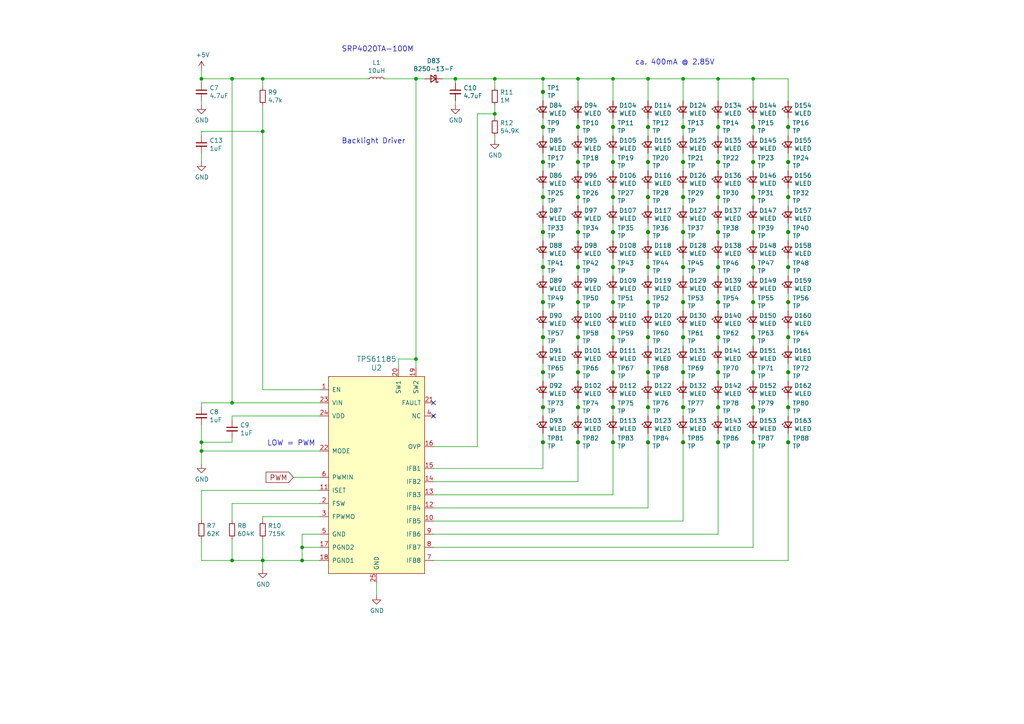
<source format=kicad_sch>
(kicad_sch (version 20211123) (generator eeschema)
  (paper "A4")
  (title_block (title "MNT Reform 2 Keyboard") (date "2022-03-03") (rev "2.0R-2") (company "Copyright 2017-2020 MNT Research GmbH") (comment 1 "https://mntre.com") (comment 2 "Engineer: Lukas F. Hartmann") (comment 3 "License: CERN-OHL-S 2.0"))
  (junction (at 167.64 87.63))
  (junction (at 228.6 67.31))
  (junction (at 177.8 97.79))
  (junction (at 157.48 97.79))
  (junction (at 208.28 46.99))
  (junction (at 157.48 77.47))
  (junction (at 218.44 46.99))
  (junction (at 187.96 46.99))
  (junction (at 167.64 67.31))
  (junction (at 187.96 57.15))
  (junction (at 208.28 97.79))
  (junction (at 132.08 22.86))
  (junction (at 187.96 107.95))
  (junction (at 228.6 46.99))
  (junction (at 177.8 128.27))
  (junction (at 87.63 158.75))
  (junction (at 167.64 118.11))
  (junction (at 157.48 67.31))
  (junction (at 187.96 77.47))
  (junction (at 58.42 22.86))
  (junction (at 187.96 118.11))
  (junction (at 143.51 33.02))
  (junction (at 177.8 118.11))
  (junction (at 177.8 87.63))
  (junction (at 76.2 162.56))
  (junction (at 67.31 162.56))
  (junction (at 198.12 57.15))
  (junction (at 218.44 57.15))
  (junction (at 157.48 57.15))
  (junction (at 198.12 67.31))
  (junction (at 228.6 87.63))
  (junction (at 177.8 36.83))
  (junction (at 167.64 107.95))
  (junction (at 187.96 97.79))
  (junction (at 228.6 57.15))
  (junction (at 157.48 22.86))
  (junction (at 58.42 128.27))
  (junction (at 208.28 118.11))
  (junction (at 228.6 77.47))
  (junction (at 58.42 130.81))
  (junction (at 198.12 97.79))
  (junction (at 157.48 118.11))
  (junction (at 208.28 36.83))
  (junction (at 157.48 128.27))
  (junction (at 198.12 36.83))
  (junction (at 87.63 162.56))
  (junction (at 218.44 128.27))
  (junction (at 167.64 77.47))
  (junction (at 218.44 67.31))
  (junction (at 208.28 77.47))
  (junction (at 167.64 128.27))
  (junction (at 218.44 118.11))
  (junction (at 208.28 128.27))
  (junction (at 120.65 104.14))
  (junction (at 228.6 36.83))
  (junction (at 167.64 36.83))
  (junction (at 218.44 36.83))
  (junction (at 208.28 107.95))
  (junction (at 177.8 77.47))
  (junction (at 198.12 77.47))
  (junction (at 218.44 22.86))
  (junction (at 143.51 22.86))
  (junction (at 177.8 107.95))
  (junction (at 167.64 57.15))
  (junction (at 76.2 38.1))
  (junction (at 187.96 128.27))
  (junction (at 187.96 67.31))
  (junction (at 157.48 107.95))
  (junction (at 177.8 57.15))
  (junction (at 208.28 57.15))
  (junction (at 67.31 116.84))
  (junction (at 228.6 128.27))
  (junction (at 157.48 87.63))
  (junction (at 157.48 46.99))
  (junction (at 218.44 107.95))
  (junction (at 157.48 36.83))
  (junction (at 120.65 22.86))
  (junction (at 228.6 97.79))
  (junction (at 208.28 22.86))
  (junction (at 228.6 118.11))
  (junction (at 167.64 97.79))
  (junction (at 187.96 87.63))
  (junction (at 228.6 107.95))
  (junction (at 198.12 87.63))
  (junction (at 208.28 67.31))
  (junction (at 218.44 87.63))
  (junction (at 187.96 36.83))
  (junction (at 177.8 22.86))
  (junction (at 208.28 87.63))
  (junction (at 177.8 67.31))
  (junction (at 218.44 97.79))
  (junction (at 167.64 22.86))
  (junction (at 218.44 77.47))
  (junction (at 198.12 46.99))
  (junction (at 198.12 107.95))
  (junction (at 157.48 26.67))
  (junction (at 198.12 128.27))
  (junction (at 76.2 22.86))
  (junction (at 198.12 22.86))
  (junction (at 67.31 22.86))
  (junction (at 177.8 46.99))
  (junction (at 167.64 46.99))
  (junction (at 187.96 22.86))
  (junction (at 198.12 118.11))
  (no_connect (at 125.73 116.84))
  (no_connect (at 125.73 120.65))
  (wire (pts (xy 58.42 128.27) (xy 58.42 130.81)))
  (wire (pts (xy 187.96 107.95) (xy 187.96 110.49)))
  (wire (pts (xy 67.31 120.65) (xy 67.31 121.92)))
  (wire (pts (xy 111.76 22.86) (xy 120.65 22.86)))
  (wire (pts (xy 157.48 120.65) (xy 157.48 118.11)))
  (wire (pts (xy 208.28 90.17) (xy 208.28 87.63)))
  (wire (pts (xy 167.64 59.69) (xy 167.64 57.15)))
  (wire (pts (xy 198.12 67.31) (xy 198.12 64.77)))
  (wire (pts (xy 228.6 97.79) (xy 228.6 100.33)))
  (wire (pts (xy 208.28 154.94) (xy 208.28 128.27)))
  (wire (pts (xy 67.31 22.86) (xy 67.31 116.84)))
  (wire (pts (xy 167.64 87.63) (xy 167.64 85.09)))
  (wire (pts (xy 67.31 162.56) (xy 58.42 162.56)))
  (wire (pts (xy 167.64 120.65) (xy 167.64 118.11)))
  (wire (pts (xy 218.44 46.99) (xy 218.44 44.45)))
  (wire (pts (xy 120.65 22.86) (xy 120.65 104.14)))
  (wire (pts (xy 167.64 80.01) (xy 167.64 77.47)))
  (wire (pts (xy 187.96 120.65) (xy 187.96 118.11)))
  (wire (pts (xy 187.96 87.63) (xy 187.96 90.17)))
  (wire (pts (xy 187.96 97.79) (xy 187.96 100.33)))
  (wire (pts (xy 187.96 22.86) (xy 198.12 22.86)))
  (wire (pts (xy 167.64 110.49) (xy 167.64 107.95)))
  (wire (pts (xy 177.8 97.79) (xy 177.8 100.33)))
  (wire (pts (xy 132.08 30.48) (xy 132.08 29.21)))
  (wire (pts (xy 228.6 90.17) (xy 228.6 87.63)))
  (wire (pts (xy 132.08 22.86) (xy 128.27 22.86)))
  (wire (pts (xy 208.28 39.37) (xy 208.28 36.83)))
  (wire (pts (xy 218.44 67.31) (xy 218.44 64.77)))
  (wire (pts (xy 198.12 118.11) (xy 198.12 120.65)))
  (wire (pts (xy 218.44 100.33) (xy 218.44 97.79)))
  (wire (pts (xy 167.64 49.53) (xy 167.64 46.99)))
  (wire (pts (xy 187.96 105.41) (xy 187.96 107.95)))
  (wire (pts (xy 218.44 36.83) (xy 218.44 34.29)))
  (wire (pts (xy 177.8 80.01) (xy 177.8 77.47)))
  (wire (pts (xy 218.44 22.86) (xy 218.44 29.21)))
  (wire (pts (xy 67.31 128.27) (xy 67.31 127)))
  (wire (pts (xy 218.44 49.53) (xy 218.44 46.99)))
  (wire (pts (xy 177.8 36.83) (xy 177.8 39.37)))
  (wire (pts (xy 58.42 118.11) (xy 58.42 116.84)))
  (wire (pts (xy 218.44 57.15) (xy 218.44 54.61)))
  (wire (pts (xy 58.42 20.32) (xy 58.42 22.86)))
  (wire (pts (xy 177.8 95.25) (xy 177.8 97.79)))
  (wire (pts (xy 208.28 36.83) (xy 208.28 34.29)))
  (wire (pts (xy 187.96 128.27) (xy 187.96 125.73)))
  (wire (pts (xy 157.48 57.15) (xy 157.48 59.69)))
  (wire (pts (xy 167.64 95.25) (xy 167.64 97.79)))
  (wire (pts (xy 157.48 22.86) (xy 143.51 22.86)))
  (wire (pts (xy 125.73 162.56) (xy 228.6 162.56)))
  (wire (pts (xy 208.28 67.31) (xy 208.28 69.85)))
  (wire (pts (xy 177.8 34.29) (xy 177.8 36.83)))
  (wire (pts (xy 208.28 46.99) (xy 208.28 44.45)))
  (wire (pts (xy 218.44 77.47) (xy 218.44 74.93)))
  (wire (pts (xy 92.71 130.81) (xy 58.42 130.81)))
  (wire (pts (xy 125.73 147.32) (xy 187.96 147.32)))
  (wire (pts (xy 187.96 36.83) (xy 187.96 39.37)))
  (wire (pts (xy 228.6 95.25) (xy 228.6 97.79)))
  (wire (pts (xy 76.2 38.1) (xy 58.42 38.1)))
  (wire (pts (xy 157.48 54.61) (xy 157.48 57.15)))
  (wire (pts (xy 187.96 80.01) (xy 187.96 77.47)))
  (wire (pts (xy 76.2 25.4) (xy 76.2 22.86)))
  (wire (pts (xy 208.28 87.63) (xy 208.28 85.09)))
  (wire (pts (xy 67.31 116.84) (xy 58.42 116.84)))
  (wire (pts (xy 120.65 104.14) (xy 120.65 106.68)))
  (wire (pts (xy 125.73 135.89) (xy 157.48 135.89)))
  (wire (pts (xy 157.48 22.86) (xy 167.64 22.86)))
  (wire (pts (xy 177.8 77.47) (xy 177.8 74.93)))
  (wire (pts (xy 187.96 46.99) (xy 187.96 49.53)))
  (wire (pts (xy 167.64 97.79) (xy 167.64 100.33)))
  (wire (pts (xy 198.12 77.47) (xy 198.12 74.93)))
  (wire (pts (xy 198.12 34.29) (xy 198.12 36.83)))
  (wire (pts (xy 208.28 105.41) (xy 208.28 107.95)))
  (wire (pts (xy 157.48 26.67) (xy 157.48 29.21)))
  (wire (pts (xy 157.48 67.31) (xy 157.48 64.77)))
  (wire (pts (xy 187.96 57.15) (xy 187.96 59.69)))
  (wire (pts (xy 208.28 22.86) (xy 208.28 29.21)))
  (wire (pts (xy 228.6 36.83) (xy 228.6 39.37)))
  (wire (pts (xy 228.6 59.69) (xy 228.6 57.15)))
  (wire (pts (xy 228.6 46.99) (xy 228.6 49.53)))
  (wire (pts (xy 157.48 80.01) (xy 157.48 77.47)))
  (wire (pts (xy 109.22 172.72) (xy 109.22 168.91)))
  (wire (pts (xy 208.28 97.79) (xy 208.28 100.33)))
  (wire (pts (xy 198.12 115.57) (xy 198.12 118.11)))
  (wire (pts (xy 218.44 69.85) (xy 218.44 67.31)))
  (wire (pts (xy 187.96 22.86) (xy 187.96 29.21)))
  (wire (pts (xy 143.51 22.86) (xy 143.51 25.4)))
  (wire (pts (xy 76.2 162.56) (xy 67.31 162.56)))
  (wire (pts (xy 218.44 80.01) (xy 218.44 77.47)))
  (wire (pts (xy 187.96 85.09) (xy 187.96 87.63)))
  (wire (pts (xy 157.48 110.49) (xy 157.48 107.95)))
  (wire (pts (xy 115.57 106.68) (xy 115.57 104.14)))
  (wire (pts (xy 58.42 151.13) (xy 58.42 142.24)))
  (wire (pts (xy 228.6 162.56) (xy 228.6 128.27)))
  (wire (pts (xy 157.48 46.99) (xy 157.48 49.53)))
  (wire (pts (xy 85.09 138.43) (xy 92.71 138.43)))
  (wire (pts (xy 167.64 22.86) (xy 177.8 22.86)))
  (wire (pts (xy 58.42 130.81) (xy 58.42 134.62)))
  (wire (pts (xy 58.42 22.86) (xy 67.31 22.86)))
  (wire (pts (xy 228.6 107.95) (xy 228.6 110.49)))
  (wire (pts (xy 218.44 59.69) (xy 218.44 57.15)))
  (wire (pts (xy 218.44 97.79) (xy 218.44 95.25)))
  (wire (pts (xy 198.12 69.85) (xy 198.12 67.31)))
  (wire (pts (xy 198.12 110.49) (xy 198.12 107.95)))
  (wire (pts (xy 125.73 139.7) (xy 167.64 139.7)))
  (wire (pts (xy 157.48 34.29) (xy 157.48 36.83)))
  (wire (pts (xy 208.28 120.65) (xy 208.28 118.11)))
  (wire (pts (xy 67.31 116.84) (xy 92.71 116.84)))
  (wire (pts (xy 177.8 143.51) (xy 177.8 128.27)))
  (wire (pts (xy 58.42 128.27) (xy 58.42 123.19)))
  (wire (pts (xy 157.48 36.83) (xy 157.48 39.37)))
  (wire (pts (xy 198.12 80.01) (xy 198.12 77.47)))
  (wire (pts (xy 198.12 90.17) (xy 198.12 87.63)))
  (wire (pts (xy 208.28 128.27) (xy 208.28 125.73)))
  (wire (pts (xy 218.44 158.75) (xy 218.44 128.27)))
  (wire (pts (xy 138.43 129.54) (xy 125.73 129.54)))
  (wire (pts (xy 228.6 22.86) (xy 228.6 29.21)))
  (wire (pts (xy 92.71 162.56) (xy 87.63 162.56)))
  (wire (pts (xy 228.6 67.31) (xy 228.6 64.77)))
  (wire (pts (xy 157.48 128.27) (xy 157.48 125.73)))
  (wire (pts (xy 198.12 87.63) (xy 198.12 85.09)))
  (wire (pts (xy 76.2 30.48) (xy 76.2 38.1)))
  (wire (pts (xy 167.64 77.47) (xy 167.64 74.93)))
  (wire (pts (xy 177.8 64.77) (xy 177.8 67.31)))
  (wire (pts (xy 115.57 104.14) (xy 120.65 104.14)))
  (wire (pts (xy 218.44 90.17) (xy 218.44 87.63)))
  (wire (pts (xy 87.63 158.75) (xy 92.71 158.75)))
  (wire (pts (xy 167.64 46.99) (xy 167.64 44.45)))
  (wire (pts (xy 177.8 22.86) (xy 187.96 22.86)))
  (wire (pts (xy 228.6 57.15) (xy 228.6 54.61)))
  (wire (pts (xy 187.96 67.31) (xy 187.96 69.85)))
  (wire (pts (xy 228.6 80.01) (xy 228.6 77.47)))
  (wire (pts (xy 143.51 34.29) (xy 143.51 33.02)))
  (wire (pts (xy 67.31 162.56) (xy 67.31 156.21)))
  (wire (pts (xy 125.73 151.13) (xy 198.12 151.13)))
  (wire (pts (xy 167.64 36.83) (xy 167.64 34.29)))
  (wire (pts (xy 157.48 22.86) (xy 157.48 26.67)))
  (wire (pts (xy 76.2 165.1) (xy 76.2 162.56)))
  (wire (pts (xy 87.63 162.56) (xy 76.2 162.56)))
  (wire (pts (xy 208.28 22.86) (xy 218.44 22.86)))
  (wire (pts (xy 58.42 162.56) (xy 58.42 156.21)))
  (wire (pts (xy 92.71 120.65) (xy 67.31 120.65)))
  (wire (pts (xy 167.64 118.11) (xy 167.64 115.57)))
  (wire (pts (xy 76.2 113.03) (xy 92.71 113.03)))
  (wire (pts (xy 157.48 44.45) (xy 157.48 46.99)))
  (wire (pts (xy 58.42 128.27) (xy 67.31 128.27)))
  (wire (pts (xy 228.6 105.41) (xy 228.6 107.95)))
  (wire (pts (xy 218.44 39.37) (xy 218.44 36.83)))
  (wire (pts (xy 157.48 90.17) (xy 157.48 87.63)))
  (wire (pts (xy 87.63 158.75) (xy 87.63 162.56)))
  (wire (pts (xy 157.48 107.95) (xy 157.48 105.41)))
  (wire (pts (xy 177.8 128.27) (xy 177.8 125.73)))
  (wire (pts (xy 187.96 64.77) (xy 187.96 67.31)))
  (wire (pts (xy 157.48 135.89) (xy 157.48 128.27)))
  (wire (pts (xy 228.6 69.85) (xy 228.6 67.31)))
  (wire (pts (xy 218.44 87.63) (xy 218.44 85.09)))
  (wire (pts (xy 177.8 90.17) (xy 177.8 87.63)))
  (wire (pts (xy 187.96 77.47) (xy 187.96 74.93)))
  (wire (pts (xy 167.64 128.27) (xy 167.64 125.73)))
  (wire (pts (xy 208.28 74.93) (xy 208.28 77.47)))
  (wire (pts (xy 228.6 87.63) (xy 228.6 85.09)))
  (wire (pts (xy 198.12 36.83) (xy 198.12 39.37)))
  (wire (pts (xy 87.63 154.94) (xy 87.63 158.75)))
  (wire (pts (xy 167.64 64.77) (xy 167.64 67.31)))
  (wire (pts (xy 218.44 107.95) (xy 218.44 105.41)))
  (wire (pts (xy 208.28 95.25) (xy 208.28 97.79)))
  (wire (pts (xy 106.68 22.86) (xy 76.2 22.86)))
  (wire (pts (xy 218.44 118.11) (xy 218.44 115.57)))
  (wire (pts (xy 198.12 46.99) (xy 198.12 44.45)))
  (wire (pts (xy 125.73 143.51) (xy 177.8 143.51)))
  (wire (pts (xy 187.96 118.11) (xy 187.96 115.57)))
  (wire (pts (xy 198.12 59.69) (xy 198.12 57.15)))
  (wire (pts (xy 218.44 128.27) (xy 218.44 125.73)))
  (wire (pts (xy 58.42 38.1) (xy 58.42 39.37)))
  (wire (pts (xy 177.8 59.69) (xy 177.8 57.15)))
  (wire (pts (xy 218.44 110.49) (xy 218.44 107.95)))
  (wire (pts (xy 132.08 22.86) (xy 143.51 22.86)))
  (wire (pts (xy 208.28 57.15) (xy 208.28 54.61)))
  (wire (pts (xy 198.12 107.95) (xy 198.12 105.41)))
  (wire (pts (xy 177.8 87.63) (xy 177.8 85.09)))
  (wire (pts (xy 208.28 59.69) (xy 208.28 57.15)))
  (wire (pts (xy 177.8 49.53) (xy 177.8 46.99)))
  (wire (pts (xy 157.48 69.85) (xy 157.48 67.31)))
  (wire (pts (xy 143.51 33.02) (xy 143.51 30.48)))
  (wire (pts (xy 198.12 22.86) (xy 198.12 29.21)))
  (wire (pts (xy 228.6 115.57) (xy 228.6 118.11)))
  (wire (pts (xy 157.48 118.11) (xy 157.48 115.57)))
  (wire (pts (xy 157.48 77.47) (xy 157.48 74.93)))
  (wire (pts (xy 218.44 120.65) (xy 218.44 118.11)))
  (wire (pts (xy 198.12 100.33) (xy 198.12 97.79)))
  (wire (pts (xy 177.8 107.95) (xy 177.8 110.49)))
  (wire (pts (xy 208.28 49.53) (xy 208.28 46.99)))
  (wire (pts (xy 177.8 105.41) (xy 177.8 107.95)))
  (wire (pts (xy 208.28 64.77) (xy 208.28 67.31)))
  (wire (pts (xy 228.6 125.73) (xy 228.6 128.27)))
  (wire (pts (xy 228.6 44.45) (xy 228.6 46.99)))
  (wire (pts (xy 167.64 67.31) (xy 167.64 69.85)))
  (wire (pts (xy 76.2 22.86) (xy 67.31 22.86)))
  (wire (pts (xy 198.12 97.79) (xy 198.12 95.25)))
  (wire (pts (xy 167.64 139.7) (xy 167.64 128.27)))
  (wire (pts (xy 58.42 24.13) (xy 58.42 22.86)))
  (wire (pts (xy 58.42 142.24) (xy 92.71 142.24)))
  (wire (pts (xy 157.48 100.33) (xy 157.48 97.79)))
  (wire (pts (xy 76.2 38.1) (xy 76.2 113.03)))
  (wire (pts (xy 58.42 46.99) (xy 58.42 44.45)))
  (wire (pts (xy 92.71 146.05) (xy 67.31 146.05)))
  (wire (pts (xy 208.28 77.47) (xy 208.28 80.01)))
  (wire (pts (xy 167.64 29.21) (xy 167.64 22.86)))
  (wire (pts (xy 67.31 146.05) (xy 67.31 151.13)))
  (wire (pts (xy 208.28 118.11) (xy 208.28 115.57)))
  (wire (pts (xy 132.08 24.13) (xy 132.08 22.86)))
  (wire (pts (xy 177.8 22.86) (xy 177.8 29.21)))
  (wire (pts (xy 228.6 77.47) (xy 228.6 74.93)))
  (wire (pts (xy 187.96 54.61) (xy 187.96 57.15)))
  (wire (pts (xy 218.44 22.86) (xy 228.6 22.86)))
  (wire (pts (xy 187.96 34.29) (xy 187.96 36.83)))
  (wire (pts (xy 177.8 46.99) (xy 177.8 44.45)))
  (wire (pts (xy 208.28 107.95) (xy 208.28 110.49)))
  (wire (pts (xy 125.73 154.94) (xy 208.28 154.94)))
  (wire (pts (xy 58.42 30.48) (xy 58.42 29.21)))
  (wire (pts (xy 167.64 107.95) (xy 167.64 105.41)))
  (wire (pts (xy 177.8 118.11) (xy 177.8 120.65)))
  (wire (pts (xy 198.12 128.27) (xy 198.12 125.73)))
  (wire (pts (xy 125.73 158.75) (xy 218.44 158.75)))
  (wire (pts (xy 143.51 33.02) (xy 138.43 33.02)))
  (wire (pts (xy 123.19 22.86) (xy 120.65 22.86)))
  (wire (pts (xy 228.6 34.29) (xy 228.6 36.83)))
  (wire (pts (xy 198.12 22.86) (xy 208.28 22.86)))
  (wire (pts (xy 198.12 49.53) (xy 198.12 46.99)))
  (wire (pts (xy 76.2 162.56) (xy 76.2 156.21)))
  (wire (pts (xy 177.8 115.57) (xy 177.8 118.11)))
  (wire (pts (xy 157.48 87.63) (xy 157.48 85.09)))
  (wire (pts (xy 157.48 97.79) (xy 157.48 95.25)))
  (wire (pts (xy 92.71 154.94) (xy 87.63 154.94)))
  (wire (pts (xy 228.6 118.11) (xy 228.6 120.65)))
  (wire (pts (xy 167.64 39.37) (xy 167.64 36.83)))
  (wire (pts (xy 198.12 57.15) (xy 198.12 54.61)))
  (wire (pts (xy 187.96 95.25) (xy 187.96 97.79)))
  (wire (pts (xy 167.64 57.15) (xy 167.64 54.61)))
  (wire (pts (xy 198.12 151.13) (xy 198.12 128.27)))
  (wire (pts (xy 177.8 67.31) (xy 177.8 69.85)))
  (wire (pts (xy 143.51 39.37) (xy 143.51 40.64)))
  (wire (pts (xy 187.96 147.32) (xy 187.96 128.27)))
  (wire (pts (xy 187.96 44.45) (xy 187.96 46.99)))
  (wire (pts (xy 92.71 149.86) (xy 76.2 149.86)))
  (wire (pts (xy 177.8 57.15) (xy 177.8 54.61)))
  (wire (pts (xy 167.64 90.17) (xy 167.64 87.63)))
  (wire (pts (xy 76.2 149.86) (xy 76.2 151.13)))
  (wire (pts (xy 138.43 33.02) (xy 138.43 129.54)))
  (text "LOW = PWM" (at 77.47 129.54 0) (effects (font (size 1.524 1.524)) (justify left bottom)))
  (text "SRP4020TA-100M" (at 99.06 15.24 0) (effects (font (size 1.524 1.524)) (justify left bottom)))
  (text "ca. 400mA @ 2.85V" (at 184.15 19.05 0) (effects (font (size 1.524 1.524)) (justify left bottom)))
  (text "Backlight Driver" (at 99.06 41.91 0) (effects (font (size 1.524 1.524)) (justify left bottom)))
  (global_label "PWM" (shape input) (at 85.09 138.43 180) (effects (font (size 1.524 1.524))) (property "Intersheet References" "${INTERSHEET_REFS}" (effects hide)))
  (symbol (lib_id "mntcomp-keyboard:TPS61185") (at 109.22 133.35 0) (unit 1)
    (property "Reference" "U2" (at 109.22 106.68 0) (effects (font (size 1.524 1.524))))
    (property "Value" "TPS61185" (at 109.22 104.14 0) (effects (font (size 1.524 1.524))))
    (property "Footprint" "Package_DFN_QFN:VQFN-24-1EP_4x4mm_P0.5mm_EP2.45x2.45mm" (effects hide))
    (property "Manufacturer" "Texas Instruments" (effects hide))
    (property "Manufacturer_No" "TPS61185RGET" (effects hide))
    (property "LCSC" "C2867853" (effects hide))
  )
  (symbol (lib_id "Device:L_Small") (at 109.22 22.86 90) (unit 1)
    (property "Reference" "L1" (at 109.22 18.161 90))
    (property "Value" "10uH" (at 109.22 20.4724 90))
    (property "Footprint" "reform2-keyboard:IND_SRP4020TA-150M" (effects hide))
    (property "Manufacturer" "Sunlord" (effects hide))
    (property "Manufacturer_No" "WPN4020H100MT" (effects hide))
    (property "Alt MPN" "SRP4020TA-100M" (effects hide))
    (property "Alt Manuf" "Bourns" (effects hide))
    (property "LCSC" "C98364" (effects hide))
  )
  (symbol (lib_id "Device:C_Small") (at 67.31 124.46 0) (unit 1)
    (property "Reference" "C9" (at 69.6468 123.2916 0) (effects (justify left)))
    (property "Value" "1uF" (at 69.6468 125.603 0) (effects (justify left)))
    (property "Footprint" "Capacitor_SMD:C_0603_1608Metric" (effects hide))
    (property "Manufacturer" "Yageo" (effects hide))
    (property "Manufacturer_No" "CC0603KRX5R8BB105" (effects hide))
    (property "LCSC" "C14664" (effects hide))
  )
  (symbol (lib_id "Device:C_Small") (at 58.42 120.65 0) (unit 1)
    (property "Reference" "C8" (at 60.7568 119.4816 0) (effects (justify left)))
    (property "Value" "1uF" (at 60.7568 121.793 0) (effects (justify left)))
    (property "Footprint" "Capacitor_SMD:C_0603_1608Metric" (effects hide))
    (property "Manufacturer" "Yageo" (effects hide))
    (property "Manufacturer_No" "CC0603KRX5R8BB105" (effects hide))
    (property "LCSC" "C14664" (effects hide))
  )
  (symbol (lib_id "power:GND") (at 58.42 134.62 0) (unit 1)
    (property "Reference" "#PWR022" (effects hide))
    (property "Value" "GND" (at 58.547 139.0142 0))
  )
  (symbol (lib_id "Device:R_Small") (at 143.51 27.94 0) (unit 1)
    (property "Reference" "R11" (at 145.0086 26.7716 0) (effects (justify left)))
    (property "Value" "1M" (at 145.0086 29.083 0) (effects (justify left)))
    (property "Footprint" "Resistor_SMD:R_0603_1608Metric" (effects hide))
    (property "Manufacturer" "Yageo" (effects hide))
    (property "Manufacturer_No" "RC0603JR-071ML" (effects hide))
    (property "LCSC" "C107698" (effects hide))
  )
  (symbol (lib_id "Device:C_Small") (at 132.08 26.67 0) (unit 1)
    (property "Reference" "C10" (at 134.4168 25.5016 0) (effects (justify left)))
    (property "Value" "4.7uF" (at 134.4168 27.813 0) (effects (justify left)))
    (property "Footprint" "Capacitor_SMD:C_0603_1608Metric" (effects hide))
    (property "Manufacturer" "Murata" (effects hide))
    (property "Manufacturer_No" "GRM188R61E475KE11D" (effects hide))
    (property "LCSC" "C90057" (effects hide))
  )
  (symbol (lib_id "Device:R_Small") (at 143.51 36.83 0) (unit 1)
    (property "Reference" "R12" (at 145.0086 35.6616 0) (effects (justify left)))
    (property "Value" "54.9K" (at 145.0086 37.973 0) (effects (justify left)))
    (property "Footprint" "Resistor_SMD:R_0603_1608Metric" (effects hide))
    (property "Manufacturer" "Yageo" (effects hide))
    (property "Manufacturer_No" "AC0603FR-0754K9L" (effects hide))
    (property "LCSC" "C227961" (effects hide))
  )
  (symbol (lib_id "power:GND") (at 132.08 30.48 0) (unit 1)
    (property "Reference" "#PWR024" (effects hide))
    (property "Value" "GND" (at 132.207 34.8742 0))
  )
  (symbol (lib_id "power:GND") (at 143.51 40.64 0) (unit 1)
    (property "Reference" "#PWR025" (effects hide))
    (property "Value" "GND" (at 143.637 45.0342 0))
  )
  (symbol (lib_id "Device:R_Small") (at 76.2 153.67 0) (unit 1)
    (property "Reference" "R10" (at 77.6986 152.5016 0) (effects (justify left)))
    (property "Value" "715K" (at 77.6986 154.813 0) (effects (justify left)))
    (property "Footprint" "Resistor_SMD:R_0603_1608Metric" (effects hide))
    (property "Manufacturer" "Yageo" (effects hide))
    (property "Manufacturer_No" "RC0603FR-07715KL" (effects hide))
    (property "LCSC" "C137685" (effects hide))
  )
  (symbol (lib_id "power:GND") (at 76.2 165.1 0) (unit 1)
    (property "Reference" "#PWR023" (effects hide))
    (property "Value" "GND" (at 76.327 169.4942 0))
  )
  (symbol (lib_id "Device:R_Small") (at 67.31 153.67 0) (unit 1)
    (property "Reference" "R8" (at 68.8086 152.5016 0) (effects (justify left)))
    (property "Value" "604K" (at 68.8086 154.813 0) (effects (justify left)))
    (property "Footprint" "Resistor_SMD:R_0603_1608Metric" (effects hide))
    (property "Manufacturer" "Yageo" (effects hide))
    (property "Manufacturer_No" "RC0603FR-07604KL" (effects hide))
    (property "LCSC" "C245986" (effects hide))
  )
  (symbol (lib_id "Device:R_Small") (at 58.42 153.67 0) (unit 1)
    (property "Reference" "R7" (at 59.9186 152.5016 0) (effects (justify left)))
    (property "Value" "62K" (at 59.9186 154.813 0) (effects (justify left)))
    (property "Footprint" "Resistor_SMD:R_0603_1608Metric" (effects hide))
    (property "Manufacturer" "Yageo" (effects hide))
    (property "Manufacturer_No" "RC0603FR-0762KL" (effects hide))
    (property "LCSC" "C137694" (effects hide))
  )
  (symbol (lib_id "power:+5V") (at 58.42 20.32 0) (unit 1)
    (property "Reference" "#PWR020" (effects hide))
    (property "Value" "+5V" (at 58.801 15.9258 0))
  )
  (symbol (lib_id "Device:C_Small") (at 58.42 26.67 0) (unit 1)
    (property "Reference" "C7" (at 60.7568 25.5016 0) (effects (justify left)))
    (property "Value" "4.7uF" (at 60.7568 27.813 0) (effects (justify left)))
    (property "Footprint" "Capacitor_SMD:C_0603_1608Metric" (effects hide))
    (property "Manufacturer" "Murata" (effects hide))
    (property "Manufacturer_No" "GRM188R61E475KE11D" (effects hide))
    (property "LCSC" "C90057" (effects hide))
  )
  (symbol (lib_id "power:GND") (at 58.42 30.48 0) (unit 1)
    (property "Reference" "#PWR021" (effects hide))
    (property "Value" "GND" (at 58.547 34.8742 0))
  )
  (symbol (lib_id "Device:D_Schottky_Small") (at 125.73 22.86 180) (unit 1)
    (property "Reference" "D83" (at 125.73 17.653 0))
    (property "Value" "B250-13-F" (at 125.73 19.9644 0))
    (property "Footprint" "Diode_SMD:D_SMB_Handsoldering" (effects hide))
    (property "Manufacturer" "UMW" (effects hide))
    (property "Manufacturer_No" "SS26" (effects hide))
    (property "Alt MPN" "B250-13-F" (effects hide))
    (property "Alt Manuf" "Diodes" (effects hide))
    (property "LCSC" "C719400" (effects hide))
  )
  (symbol (lib_id "Device:LED_Small") (at 157.48 31.75 90) (unit 1)
    (property "Reference" "D84" (at 159.2072 30.5816 90) (effects (justify right)))
    (property "Value" "WLED" (at 159.2072 32.893 90) (effects (justify right)))
    (property "Footprint" "LED_SMD:LED_0603_1608Metric" (effects hide))
    (property "Manufacturer" "Meihua" (effects hide))
    (property "Manufacturer_No" "MHT192WDT-C2" (effects hide))
    (property "LCSC" "C389521" (effects hide))
  )
  (symbol (lib_id "Device:LED_Small") (at 157.48 41.91 90) (unit 1)
    (property "Reference" "D85" (at 159.2072 40.7416 90) (effects (justify right)))
    (property "Value" "WLED" (at 159.2072 43.053 90) (effects (justify right)))
    (property "Footprint" "LED_SMD:LED_0603_1608Metric" (effects hide))
    (property "Manufacturer" "Meihua" (effects hide))
    (property "Manufacturer_No" "MHT192WDT-C2" (effects hide))
    (property "LCSC" "C389521" (effects hide))
  )
  (symbol (lib_id "Device:LED_Small") (at 157.48 52.07 90) (unit 1)
    (property "Reference" "D86" (at 159.2072 50.9016 90) (effects (justify right)))
    (property "Value" "WLED" (at 159.2072 53.213 90) (effects (justify right)))
    (property "Footprint" "LED_SMD:LED_0603_1608Metric" (effects hide))
    (property "Manufacturer" "Meihua" (effects hide))
    (property "Manufacturer_No" "MHT192WDT-C2" (effects hide))
    (property "LCSC" "C389521" (effects hide))
  )
  (symbol (lib_id "Device:LED_Small") (at 157.48 62.23 90) (unit 1)
    (property "Reference" "D87" (at 159.2072 61.0616 90) (effects (justify right)))
    (property "Value" "WLED" (at 159.2072 63.373 90) (effects (justify right)))
    (property "Footprint" "LED_SMD:LED_0603_1608Metric" (effects hide))
    (property "Manufacturer" "Meihua" (effects hide))
    (property "Manufacturer_No" "MHT192WDT-C2" (effects hide))
    (property "LCSC" "C389521" (effects hide))
  )
  (symbol (lib_id "Device:LED_Small") (at 157.48 72.39 90) (unit 1)
    (property "Reference" "D88" (at 159.2072 71.2216 90) (effects (justify right)))
    (property "Value" "WLED" (at 159.2072 73.533 90) (effects (justify right)))
    (property "Footprint" "LED_SMD:LED_0603_1608Metric" (effects hide))
    (property "Manufacturer" "Meihua" (effects hide))
    (property "Manufacturer_No" "MHT192WDT-C2" (effects hide))
    (property "LCSC" "C389521" (effects hide))
  )
  (symbol (lib_id "Device:LED_Small") (at 157.48 82.55 90) (unit 1)
    (property "Reference" "D89" (at 159.2072 81.3816 90) (effects (justify right)))
    (property "Value" "WLED" (at 159.2072 83.693 90) (effects (justify right)))
    (property "Footprint" "LED_SMD:LED_0603_1608Metric" (effects hide))
    (property "Manufacturer" "Meihua" (effects hide))
    (property "Manufacturer_No" "MHT192WDT-C2" (effects hide))
    (property "LCSC" "C389521" (effects hide))
  )
  (symbol (lib_id "Device:LED_Small") (at 157.48 92.71 90) (unit 1)
    (property "Reference" "D90" (at 159.2072 91.5416 90) (effects (justify right)))
    (property "Value" "WLED" (at 159.2072 93.853 90) (effects (justify right)))
    (property "Footprint" "LED_SMD:LED_0603_1608Metric" (effects hide))
    (property "Manufacturer" "Meihua" (effects hide))
    (property "Manufacturer_No" "MHT192WDT-C2" (effects hide))
    (property "LCSC" "C389521" (effects hide))
  )
  (symbol (lib_id "Device:LED_Small") (at 157.48 102.87 90) (unit 1)
    (property "Reference" "D91" (at 159.2072 101.7016 90) (effects (justify right)))
    (property "Value" "WLED" (at 159.2072 104.013 90) (effects (justify right)))
    (property "Footprint" "LED_SMD:LED_0603_1608Metric" (effects hide))
    (property "Manufacturer" "Meihua" (effects hide))
    (property "Manufacturer_No" "MHT192WDT-C2" (effects hide))
    (property "LCSC" "C389521" (effects hide))
  )
  (symbol (lib_id "Device:LED_Small") (at 167.64 31.75 90) (unit 1)
    (property "Reference" "D94" (at 169.3672 30.5816 90) (effects (justify right)))
    (property "Value" "WLED" (at 169.3672 32.893 90) (effects (justify right)))
    (property "Footprint" "LED_SMD:LED_0603_1608Metric" (effects hide))
    (property "Manufacturer" "Meihua" (effects hide))
    (property "Manufacturer_No" "MHT192WDT-C2" (effects hide))
    (property "LCSC" "C389521" (effects hide))
  )
  (symbol (lib_id "Device:LED_Small") (at 167.64 41.91 90) (unit 1)
    (property "Reference" "D95" (at 169.3672 40.7416 90) (effects (justify right)))
    (property "Value" "WLED" (at 169.3672 43.053 90) (effects (justify right)))
    (property "Footprint" "LED_SMD:LED_0603_1608Metric" (effects hide))
    (property "Manufacturer" "Meihua" (effects hide))
    (property "Manufacturer_No" "MHT192WDT-C2" (effects hide))
    (property "LCSC" "C389521" (effects hide))
  )
  (symbol (lib_id "Device:LED_Small") (at 167.64 52.07 90) (unit 1)
    (property "Reference" "D96" (at 169.3672 50.9016 90) (effects (justify right)))
    (property "Value" "WLED" (at 169.3672 53.213 90) (effects (justify right)))
    (property "Footprint" "LED_SMD:LED_0603_1608Metric" (effects hide))
    (property "Manufacturer" "Meihua" (effects hide))
    (property "Manufacturer_No" "MHT192WDT-C2" (effects hide))
    (property "LCSC" "C389521" (effects hide))
  )
  (symbol (lib_id "Device:LED_Small") (at 167.64 62.23 90) (unit 1)
    (property "Reference" "D97" (at 169.3672 61.0616 90) (effects (justify right)))
    (property "Value" "WLED" (at 169.3672 63.373 90) (effects (justify right)))
    (property "Footprint" "LED_SMD:LED_0603_1608Metric" (effects hide))
    (property "Manufacturer" "Meihua" (effects hide))
    (property "Manufacturer_No" "MHT192WDT-C2" (effects hide))
    (property "LCSC" "C389521" (effects hide))
  )
  (symbol (lib_id "Device:LED_Small") (at 167.64 72.39 90) (unit 1)
    (property "Reference" "D98" (at 169.3672 71.2216 90) (effects (justify right)))
    (property "Value" "WLED" (at 169.3672 73.533 90) (effects (justify right)))
    (property "Footprint" "LED_SMD:LED_0603_1608Metric" (effects hide))
    (property "Manufacturer" "Meihua" (effects hide))
    (property "Manufacturer_No" "MHT192WDT-C2" (effects hide))
    (property "LCSC" "C389521" (effects hide))
  )
  (symbol (lib_id "Device:LED_Small") (at 167.64 82.55 90) (unit 1)
    (property "Reference" "D99" (at 169.3672 81.3816 90) (effects (justify right)))
    (property "Value" "WLED" (at 169.3672 83.693 90) (effects (justify right)))
    (property "Footprint" "LED_SMD:LED_0603_1608Metric" (effects hide))
    (property "Manufacturer" "Meihua" (effects hide))
    (property "Manufacturer_No" "MHT192WDT-C2" (effects hide))
    (property "LCSC" "C389521" (effects hide))
  )
  (symbol (lib_id "Device:LED_Small") (at 167.64 92.71 90) (unit 1)
    (property "Reference" "D100" (at 169.3672 91.5416 90) (effects (justify right)))
    (property "Value" "WLED" (at 169.3672 93.853 90) (effects (justify right)))
    (property "Footprint" "LED_SMD:LED_0603_1608Metric" (effects hide))
    (property "Manufacturer" "Meihua" (effects hide))
    (property "Manufacturer_No" "MHT192WDT-C2" (effects hide))
    (property "LCSC" "C389521" (effects hide))
  )
  (symbol (lib_id "Device:LED_Small") (at 167.64 102.87 90) (unit 1)
    (property "Reference" "D101" (at 169.3672 101.7016 90) (effects (justify right)))
    (property "Value" "WLED" (at 169.3672 104.013 90) (effects (justify right)))
    (property "Footprint" "LED_SMD:LED_0603_1608Metric" (effects hide))
    (property "Manufacturer" "Meihua" (effects hide))
    (property "Manufacturer_No" "MHT192WDT-C2" (effects hide))
    (property "LCSC" "C389521" (effects hide))
  )
  (symbol (lib_id "Device:LED_Small") (at 177.8 31.75 90) (unit 1)
    (property "Reference" "D104" (at 179.5272 30.5816 90) (effects (justify right)))
    (property "Value" "WLED" (at 179.5272 32.893 90) (effects (justify right)))
    (property "Footprint" "LED_SMD:LED_0603_1608Metric" (effects hide))
    (property "Manufacturer" "Meihua" (effects hide))
    (property "Manufacturer_No" "MHT192WDT-C2" (effects hide))
    (property "LCSC" "C389521" (effects hide))
  )
  (symbol (lib_id "Device:LED_Small") (at 177.8 41.91 90) (unit 1)
    (property "Reference" "D105" (at 179.5272 40.7416 90) (effects (justify right)))
    (property "Value" "WLED" (at 179.5272 43.053 90) (effects (justify right)))
    (property "Footprint" "LED_SMD:LED_0603_1608Metric" (effects hide))
    (property "Manufacturer" "Meihua" (effects hide))
    (property "Manufacturer_No" "MHT192WDT-C2" (effects hide))
    (property "LCSC" "C389521" (effects hide))
  )
  (symbol (lib_id "Device:LED_Small") (at 177.8 52.07 90) (unit 1)
    (property "Reference" "D106" (at 179.5272 50.9016 90) (effects (justify right)))
    (property "Value" "WLED" (at 179.5272 53.213 90) (effects (justify right)))
    (property "Footprint" "LED_SMD:LED_0603_1608Metric" (effects hide))
    (property "Manufacturer" "Meihua" (effects hide))
    (property "Manufacturer_No" "MHT192WDT-C2" (effects hide))
    (property "LCSC" "C389521" (effects hide))
  )
  (symbol (lib_id "Device:LED_Small") (at 177.8 62.23 90) (unit 1)
    (property "Reference" "D107" (at 179.5272 61.0616 90) (effects (justify right)))
    (property "Value" "WLED" (at 179.5272 63.373 90) (effects (justify right)))
    (property "Footprint" "LED_SMD:LED_0603_1608Metric" (effects hide))
    (property "Manufacturer" "Meihua" (effects hide))
    (property "Manufacturer_No" "MHT192WDT-C2" (effects hide))
    (property "LCSC" "C389521" (effects hide))
  )
  (symbol (lib_id "Device:LED_Small") (at 177.8 72.39 90) (unit 1)
    (property "Reference" "D108" (at 179.5272 71.2216 90) (effects (justify right)))
    (property "Value" "WLED" (at 179.5272 73.533 90) (effects (justify right)))
    (property "Footprint" "LED_SMD:LED_0603_1608Metric" (effects hide))
    (property "Manufacturer" "Meihua" (effects hide))
    (property "Manufacturer_No" "MHT192WDT-C2" (effects hide))
    (property "LCSC" "C389521" (effects hide))
  )
  (symbol (lib_id "Device:LED_Small") (at 177.8 82.55 90) (unit 1)
    (property "Reference" "D109" (at 179.5272 81.3816 90) (effects (justify right)))
    (property "Value" "WLED" (at 179.5272 83.693 90) (effects (justify right)))
    (property "Footprint" "LED_SMD:LED_0603_1608Metric" (effects hide))
    (property "Manufacturer" "Meihua" (effects hide))
    (property "Manufacturer_No" "MHT192WDT-C2" (effects hide))
    (property "LCSC" "C389521" (effects hide))
  )
  (symbol (lib_id "Device:LED_Small") (at 177.8 92.71 90) (unit 1)
    (property "Reference" "D110" (at 179.5272 91.5416 90) (effects (justify right)))
    (property "Value" "WLED" (at 179.5272 93.853 90) (effects (justify right)))
    (property "Footprint" "LED_SMD:LED_0603_1608Metric" (effects hide))
    (property "Manufacturer" "Meihua" (effects hide))
    (property "Manufacturer_No" "MHT192WDT-C2" (effects hide))
    (property "LCSC" "C389521" (effects hide))
  )
  (symbol (lib_id "Device:LED_Small") (at 177.8 102.87 90) (unit 1)
    (property "Reference" "D111" (at 179.5272 101.7016 90) (effects (justify right)))
    (property "Value" "WLED" (at 179.5272 104.013 90) (effects (justify right)))
    (property "Footprint" "LED_SMD:LED_0603_1608Metric" (effects hide))
    (property "Manufacturer" "Meihua" (effects hide))
    (property "Manufacturer_No" "MHT192WDT-C2" (effects hide))
    (property "LCSC" "C389521" (effects hide))
  )
  (symbol (lib_id "Device:LED_Small") (at 187.96 31.75 90) (unit 1)
    (property "Reference" "D114" (at 189.6872 30.5816 90) (effects (justify right)))
    (property "Value" "WLED" (at 189.6872 32.893 90) (effects (justify right)))
    (property "Footprint" "LED_SMD:LED_0603_1608Metric" (effects hide))
    (property "Manufacturer" "Meihua" (effects hide))
    (property "Manufacturer_No" "MHT192WDT-C2" (effects hide))
    (property "LCSC" "C389521" (effects hide))
  )
  (symbol (lib_id "Device:LED_Small") (at 187.96 41.91 90) (unit 1)
    (property "Reference" "D115" (at 189.6872 40.7416 90) (effects (justify right)))
    (property "Value" "WLED" (at 189.6872 43.053 90) (effects (justify right)))
    (property "Footprint" "LED_SMD:LED_0603_1608Metric" (effects hide))
    (property "Manufacturer" "Meihua" (effects hide))
    (property "Manufacturer_No" "MHT192WDT-C2" (effects hide))
    (property "LCSC" "C389521" (effects hide))
  )
  (symbol (lib_id "Device:LED_Small") (at 187.96 52.07 90) (unit 1)
    (property "Reference" "D116" (at 189.6872 50.9016 90) (effects (justify right)))
    (property "Value" "WLED" (at 189.6872 53.213 90) (effects (justify right)))
    (property "Footprint" "LED_SMD:LED_0603_1608Metric" (effects hide))
    (property "Manufacturer" "Meihua" (effects hide))
    (property "Manufacturer_No" "MHT192WDT-C2" (effects hide))
    (property "LCSC" "C389521" (effects hide))
  )
  (symbol (lib_id "Device:LED_Small") (at 187.96 62.23 90) (unit 1)
    (property "Reference" "D117" (at 189.6872 61.0616 90) (effects (justify right)))
    (property "Value" "WLED" (at 189.6872 63.373 90) (effects (justify right)))
    (property "Footprint" "LED_SMD:LED_0603_1608Metric" (effects hide))
    (property "Manufacturer" "Meihua" (effects hide))
    (property "Manufacturer_No" "MHT192WDT-C2" (effects hide))
    (property "LCSC" "C389521" (effects hide))
  )
  (symbol (lib_id "Device:LED_Small") (at 187.96 72.39 90) (unit 1)
    (property "Reference" "D118" (at 189.6872 71.2216 90) (effects (justify right)))
    (property "Value" "WLED" (at 189.6872 73.533 90) (effects (justify right)))
    (property "Footprint" "LED_SMD:LED_0603_1608Metric" (effects hide))
    (property "Manufacturer" "Meihua" (effects hide))
    (property "Manufacturer_No" "MHT192WDT-C2" (effects hide))
    (property "LCSC" "C389521" (effects hide))
  )
  (symbol (lib_id "Device:LED_Small") (at 187.96 82.55 90) (unit 1)
    (property "Reference" "D119" (at 189.6872 81.3816 90) (effects (justify right)))
    (property "Value" "WLED" (at 189.6872 83.693 90) (effects (justify right)))
    (property "Footprint" "LED_SMD:LED_0603_1608Metric" (effects hide))
    (property "Manufacturer" "Meihua" (effects hide))
    (property "Manufacturer_No" "MHT192WDT-C2" (effects hide))
    (property "LCSC" "C389521" (effects hide))
  )
  (symbol (lib_id "Device:LED_Small") (at 187.96 92.71 90) (unit 1)
    (property "Reference" "D120" (at 189.6872 91.5416 90) (effects (justify right)))
    (property "Value" "WLED" (at 189.6872 93.853 90) (effects (justify right)))
    (property "Footprint" "LED_SMD:LED_0603_1608Metric" (effects hide))
    (property "Manufacturer" "Meihua" (effects hide))
    (property "Manufacturer_No" "MHT192WDT-C2" (effects hide))
    (property "LCSC" "C389521" (effects hide))
  )
  (symbol (lib_id "Device:LED_Small") (at 187.96 102.87 90) (unit 1)
    (property "Reference" "D121" (at 189.6872 101.7016 90) (effects (justify right)))
    (property "Value" "WLED" (at 189.6872 104.013 90) (effects (justify right)))
    (property "Footprint" "LED_SMD:LED_0603_1608Metric" (effects hide))
    (property "Manufacturer" "Meihua" (effects hide))
    (property "Manufacturer_No" "MHT192WDT-C2" (effects hide))
    (property "LCSC" "C389521" (effects hide))
  )
  (symbol (lib_id "Device:LED_Small") (at 198.12 31.75 90) (unit 1)
    (property "Reference" "D124" (at 199.8472 30.5816 90) (effects (justify right)))
    (property "Value" "WLED" (at 199.8472 32.893 90) (effects (justify right)))
    (property "Footprint" "LED_SMD:LED_0603_1608Metric" (effects hide))
    (property "Manufacturer" "Meihua" (effects hide))
    (property "Manufacturer_No" "MHT192WDT-C2" (effects hide))
    (property "LCSC" "C389521" (effects hide))
  )
  (symbol (lib_id "Device:LED_Small") (at 198.12 41.91 90) (unit 1)
    (property "Reference" "D125" (at 199.8472 40.7416 90) (effects (justify right)))
    (property "Value" "WLED" (at 199.8472 43.053 90) (effects (justify right)))
    (property "Footprint" "LED_SMD:LED_0603_1608Metric" (effects hide))
    (property "Manufacturer" "Meihua" (effects hide))
    (property "Manufacturer_No" "MHT192WDT-C2" (effects hide))
    (property "LCSC" "C389521" (effects hide))
  )
  (symbol (lib_id "Device:LED_Small") (at 198.12 52.07 90) (unit 1)
    (property "Reference" "D126" (at 199.8472 50.9016 90) (effects (justify right)))
    (property "Value" "WLED" (at 199.8472 53.213 90) (effects (justify right)))
    (property "Footprint" "LED_SMD:LED_0603_1608Metric" (effects hide))
    (property "Manufacturer" "Meihua" (effects hide))
    (property "Manufacturer_No" "MHT192WDT-C2" (effects hide))
    (property "LCSC" "C389521" (effects hide))
  )
  (symbol (lib_id "Device:LED_Small") (at 198.12 62.23 90) (unit 1)
    (property "Reference" "D127" (at 199.8472 61.0616 90) (effects (justify right)))
    (property "Value" "WLED" (at 199.8472 63.373 90) (effects (justify right)))
    (property "Footprint" "LED_SMD:LED_0603_1608Metric" (effects hide))
    (property "Manufacturer" "Meihua" (effects hide))
    (property "Manufacturer_No" "MHT192WDT-C2" (effects hide))
    (property "LCSC" "C389521" (effects hide))
  )
  (symbol (lib_id "Device:LED_Small") (at 198.12 72.39 90) (unit 1)
    (property "Reference" "D128" (at 199.8472 71.2216 90) (effects (justify right)))
    (property "Value" "WLED" (at 199.8472 73.533 90) (effects (justify right)))
    (property "Footprint" "LED_SMD:LED_0603_1608Metric" (effects hide))
    (property "Manufacturer" "Meihua" (effects hide))
    (property "Manufacturer_No" "MHT192WDT-C2" (effects hide))
    (property "LCSC" "C389521" (effects hide))
  )
  (symbol (lib_id "Device:LED_Small") (at 198.12 82.55 90) (unit 1)
    (property "Reference" "D129" (at 199.8472 81.3816 90) (effects (justify right)))
    (property "Value" "WLED" (at 199.8472 83.693 90) (effects (justify right)))
    (property "Footprint" "LED_SMD:LED_0603_1608Metric" (effects hide))
    (property "Manufacturer" "Meihua" (effects hide))
    (property "Manufacturer_No" "MHT192WDT-C2" (effects hide))
    (property "LCSC" "C389521" (effects hide))
  )
  (symbol (lib_id "Device:LED_Small") (at 198.12 92.71 90) (unit 1)
    (property "Reference" "D130" (at 199.8472 91.5416 90) (effects (justify right)))
    (property "Value" "WLED" (at 199.8472 93.853 90) (effects (justify right)))
    (property "Footprint" "LED_SMD:LED_0603_1608Metric" (effects hide))
    (property "Manufacturer" "Meihua" (effects hide))
    (property "Manufacturer_No" "MHT192WDT-C2" (effects hide))
    (property "LCSC" "C389521" (effects hide))
  )
  (symbol (lib_id "Device:LED_Small") (at 198.12 102.87 90) (unit 1)
    (property "Reference" "D131" (at 199.8472 101.7016 90) (effects (justify right)))
    (property "Value" "WLED" (at 199.8472 104.013 90) (effects (justify right)))
    (property "Footprint" "LED_SMD:LED_0603_1608Metric" (effects hide))
    (property "Manufacturer" "Meihua" (effects hide))
    (property "Manufacturer_No" "MHT192WDT-C2" (effects hide))
    (property "LCSC" "C389521" (effects hide))
  )
  (symbol (lib_id "Device:LED_Small") (at 208.28 31.75 90) (unit 1)
    (property "Reference" "D134" (at 210.0072 30.5816 90) (effects (justify right)))
    (property "Value" "WLED" (at 210.0072 32.893 90) (effects (justify right)))
    (property "Footprint" "LED_SMD:LED_0603_1608Metric" (effects hide))
    (property "Manufacturer" "Meihua" (effects hide))
    (property "Manufacturer_No" "MHT192WDT-C2" (effects hide))
    (property "LCSC" "C389521" (effects hide))
  )
  (symbol (lib_id "Device:LED_Small") (at 208.28 41.91 90) (unit 1)
    (property "Reference" "D135" (at 210.0072 40.7416 90) (effects (justify right)))
    (property "Value" "WLED" (at 210.0072 43.053 90) (effects (justify right)))
    (property "Footprint" "LED_SMD:LED_0603_1608Metric" (effects hide))
    (property "Manufacturer" "Meihua" (effects hide))
    (property "Manufacturer_No" "MHT192WDT-C2" (effects hide))
    (property "LCSC" "C389521" (effects hide))
  )
  (symbol (lib_id "Device:LED_Small") (at 208.28 52.07 90) (unit 1)
    (property "Reference" "D136" (at 210.0072 50.9016 90) (effects (justify right)))
    (property "Value" "WLED" (at 210.0072 53.213 90) (effects (justify right)))
    (property "Footprint" "LED_SMD:LED_0603_1608Metric" (effects hide))
    (property "Manufacturer" "Meihua" (effects hide))
    (property "Manufacturer_No" "MHT192WDT-C2" (effects hide))
    (property "LCSC" "C389521" (effects hide))
  )
  (symbol (lib_id "Device:LED_Small") (at 208.28 62.23 90) (unit 1)
    (property "Reference" "D137" (at 210.0072 61.0616 90) (effects (justify right)))
    (property "Value" "WLED" (at 210.0072 63.373 90) (effects (justify right)))
    (property "Footprint" "LED_SMD:LED_0603_1608Metric" (effects hide))
    (property "Manufacturer" "Meihua" (effects hide))
    (property "Manufacturer_No" "MHT192WDT-C2" (effects hide))
    (property "LCSC" "C389521" (effects hide))
  )
  (symbol (lib_id "Device:LED_Small") (at 208.28 72.39 90) (unit 1)
    (property "Reference" "D138" (at 210.0072 71.2216 90) (effects (justify right)))
    (property "Value" "WLED" (at 210.0072 73.533 90) (effects (justify right)))
    (property "Footprint" "LED_SMD:LED_0603_1608Metric" (effects hide))
    (property "Manufacturer" "Meihua" (effects hide))
    (property "Manufacturer_No" "MHT192WDT-C2" (effects hide))
    (property "LCSC" "C389521" (effects hide))
  )
  (symbol (lib_id "Device:LED_Small") (at 208.28 82.55 90) (unit 1)
    (property "Reference" "D139" (at 210.0072 81.3816 90) (effects (justify right)))
    (property "Value" "WLED" (at 210.0072 83.693 90) (effects (justify right)))
    (property "Footprint" "LED_SMD:LED_0603_1608Metric" (effects hide))
    (property "Manufacturer" "Meihua" (effects hide))
    (property "Manufacturer_No" "MHT192WDT-C2" (effects hide))
    (property "LCSC" "C389521" (effects hide))
  )
  (symbol (lib_id "Device:LED_Small") (at 208.28 92.71 90) (unit 1)
    (property "Reference" "D140" (at 210.0072 91.5416 90) (effects (justify right)))
    (property "Value" "WLED" (at 210.0072 93.853 90) (effects (justify right)))
    (property "Footprint" "LED_SMD:LED_0603_1608Metric" (effects hide))
    (property "Manufacturer" "Meihua" (effects hide))
    (property "Manufacturer_No" "MHT192WDT-C2" (effects hide))
    (property "LCSC" "C389521" (effects hide))
  )
  (symbol (lib_id "Device:LED_Small") (at 208.28 102.87 90) (unit 1)
    (property "Reference" "D141" (at 210.0072 101.7016 90) (effects (justify right)))
    (property "Value" "WLED" (at 210.0072 104.013 90) (effects (justify right)))
    (property "Footprint" "LED_SMD:LED_0603_1608Metric" (effects hide))
    (property "Manufacturer" "Meihua" (effects hide))
    (property "Manufacturer_No" "MHT192WDT-C2" (effects hide))
    (property "LCSC" "C389521" (effects hide))
  )
  (symbol (lib_id "Device:LED_Small") (at 218.44 31.75 90) (unit 1)
    (property "Reference" "D144" (at 220.1672 30.5816 90) (effects (justify right)))
    (property "Value" "WLED" (at 220.1672 32.893 90) (effects (justify right)))
    (property "Footprint" "LED_SMD:LED_0603_1608Metric" (effects hide))
    (property "Manufacturer" "Meihua" (effects hide))
    (property "Manufacturer_No" "MHT192WDT-C2" (effects hide))
    (property "LCSC" "C389521" (effects hide))
  )
  (symbol (lib_id "Device:LED_Small") (at 218.44 41.91 90) (unit 1)
    (property "Reference" "D145" (at 220.1672 40.7416 90) (effects (justify right)))
    (property "Value" "WLED" (at 220.1672 43.053 90) (effects (justify right)))
    (property "Footprint" "LED_SMD:LED_0603_1608Metric" (effects hide))
    (property "Manufacturer" "Meihua" (effects hide))
    (property "Manufacturer_No" "MHT192WDT-C2" (effects hide))
    (property "LCSC" "C389521" (effects hide))
  )
  (symbol (lib_id "Device:LED_Small") (at 218.44 52.07 90) (unit 1)
    (property "Reference" "D146" (at 220.1672 50.9016 90) (effects (justify right)))
    (property "Value" "WLED" (at 220.1672 53.213 90) (effects (justify right)))
    (property "Footprint" "LED_SMD:LED_0603_1608Metric" (effects hide))
    (property "Manufacturer" "Meihua" (effects hide))
    (property "Manufacturer_No" "MHT192WDT-C2" (effects hide))
    (property "LCSC" "C389521" (effects hide))
  )
  (symbol (lib_id "Device:LED_Small") (at 218.44 62.23 90) (unit 1)
    (property "Reference" "D147" (at 220.1672 61.0616 90) (effects (justify right)))
    (property "Value" "WLED" (at 220.1672 63.373 90) (effects (justify right)))
    (property "Footprint" "LED_SMD:LED_0603_1608Metric" (effects hide))
    (property "Manufacturer" "Meihua" (effects hide))
    (property "Manufacturer_No" "MHT192WDT-C2" (effects hide))
    (property "LCSC" "C389521" (effects hide))
  )
  (symbol (lib_id "Device:LED_Small") (at 218.44 72.39 90) (unit 1)
    (property "Reference" "D148" (at 220.1672 71.2216 90) (effects (justify right)))
    (property "Value" "WLED" (at 220.1672 73.533 90) (effects (justify right)))
    (property "Footprint" "LED_SMD:LED_0603_1608Metric" (effects hide))
    (property "Manufacturer" "Meihua" (effects hide))
    (property "Manufacturer_No" "MHT192WDT-C2" (effects hide))
    (property "LCSC" "C389521" (effects hide))
  )
  (symbol (lib_id "Device:LED_Small") (at 218.44 82.55 90) (unit 1)
    (property "Reference" "D149" (at 220.1672 81.3816 90) (effects (justify right)))
    (property "Value" "WLED" (at 220.1672 83.693 90) (effects (justify right)))
    (property "Footprint" "LED_SMD:LED_0603_1608Metric" (effects hide))
    (property "Manufacturer" "Meihua" (effects hide))
    (property "Manufacturer_No" "MHT192WDT-C2" (effects hide))
    (property "LCSC" "C389521" (effects hide))
  )
  (symbol (lib_id "Device:LED_Small") (at 218.44 92.71 90) (unit 1)
    (property "Reference" "D150" (at 220.1672 91.5416 90) (effects (justify right)))
    (property "Value" "WLED" (at 220.1672 93.853 90) (effects (justify right)))
    (property "Footprint" "LED_SMD:LED_0603_1608Metric" (effects hide))
    (property "Manufacturer" "Meihua" (effects hide))
    (property "Manufacturer_No" "MHT192WDT-C2" (effects hide))
    (property "LCSC" "C389521" (effects hide))
  )
  (symbol (lib_id "Device:LED_Small") (at 218.44 102.87 90) (unit 1)
    (property "Reference" "D151" (at 220.1672 101.7016 90) (effects (justify right)))
    (property "Value" "WLED" (at 220.1672 104.013 90) (effects (justify right)))
    (property "Footprint" "LED_SMD:LED_0603_1608Metric" (effects hide))
    (property "Manufacturer" "Meihua" (effects hide))
    (property "Manufacturer_No" "MHT192WDT-C2" (effects hide))
    (property "LCSC" "C389521" (effects hide))
  )
  (symbol (lib_id "Device:LED_Small") (at 228.6 31.75 90) (unit 1)
    (property "Reference" "D154" (at 230.3272 30.5816 90) (effects (justify right)))
    (property "Value" "WLED" (at 230.3272 32.893 90) (effects (justify right)))
    (property "Footprint" "LED_SMD:LED_0603_1608Metric" (effects hide))
    (property "Manufacturer" "Meihua" (effects hide))
    (property "Manufacturer_No" "MHT192WDT-C2" (effects hide))
    (property "LCSC" "C389521" (effects hide))
  )
  (symbol (lib_id "Device:LED_Small") (at 228.6 41.91 90) (unit 1)
    (property "Reference" "D155" (at 230.3272 40.7416 90) (effects (justify right)))
    (property "Value" "WLED" (at 230.3272 43.053 90) (effects (justify right)))
    (property "Footprint" "LED_SMD:LED_0603_1608Metric" (effects hide))
    (property "Manufacturer" "Meihua" (effects hide))
    (property "Manufacturer_No" "MHT192WDT-C2" (effects hide))
    (property "LCSC" "C389521" (effects hide))
  )
  (symbol (lib_id "Device:LED_Small") (at 228.6 52.07 90) (unit 1)
    (property "Reference" "D156" (at 230.3272 50.9016 90) (effects (justify right)))
    (property "Value" "WLED" (at 230.3272 53.213 90) (effects (justify right)))
    (property "Footprint" "LED_SMD:LED_0603_1608Metric" (effects hide))
    (property "Manufacturer" "Meihua" (effects hide))
    (property "Manufacturer_No" "MHT192WDT-C2" (effects hide))
    (property "LCSC" "C389521" (effects hide))
  )
  (symbol (lib_id "Device:LED_Small") (at 228.6 62.23 90) (unit 1)
    (property "Reference" "D157" (at 230.3272 61.0616 90) (effects (justify right)))
    (property "Value" "WLED" (at 230.3272 63.373 90) (effects (justify right)))
    (property "Footprint" "LED_SMD:LED_0603_1608Metric" (effects hide))
    (property "Manufacturer" "Meihua" (effects hide))
    (property "Manufacturer_No" "MHT192WDT-C2" (effects hide))
    (property "LCSC" "C389521" (effects hide))
  )
  (symbol (lib_id "Device:LED_Small") (at 228.6 72.39 90) (unit 1)
    (property "Reference" "D158" (at 230.3272 71.2216 90) (effects (justify right)))
    (property "Value" "WLED" (at 230.3272 73.533 90) (effects (justify right)))
    (property "Footprint" "LED_SMD:LED_0603_1608Metric" (effects hide))
    (property "Manufacturer" "Meihua" (effects hide))
    (property "Manufacturer_No" "MHT192WDT-C2" (effects hide))
    (property "LCSC" "C389521" (effects hide))
  )
  (symbol (lib_id "Device:LED_Small") (at 228.6 82.55 90) (unit 1)
    (property "Reference" "D159" (at 230.3272 81.3816 90) (effects (justify right)))
    (property "Value" "WLED" (at 230.3272 83.693 90) (effects (justify right)))
    (property "Footprint" "LED_SMD:LED_0603_1608Metric" (effects hide))
    (property "Manufacturer" "Meihua" (effects hide))
    (property "Manufacturer_No" "MHT192WDT-C2" (effects hide))
    (property "LCSC" "C389521" (effects hide))
  )
  (symbol (lib_id "Device:LED_Small") (at 228.6 92.71 90) (unit 1)
    (property "Reference" "D160" (at 230.3272 91.5416 90) (effects (justify right)))
    (property "Value" "WLED" (at 230.3272 93.853 90) (effects (justify right)))
    (property "Footprint" "LED_SMD:LED_0603_1608Metric" (effects hide))
    (property "Manufacturer" "Meihua" (effects hide))
    (property "Manufacturer_No" "MHT192WDT-C2" (effects hide))
    (property "LCSC" "C389521" (effects hide))
  )
  (symbol (lib_id "Device:LED_Small") (at 228.6 102.87 90) (unit 1)
    (property "Reference" "D161" (at 230.3272 101.7016 90) (effects (justify right)))
    (property "Value" "WLED" (at 230.3272 104.013 90) (effects (justify right)))
    (property "Footprint" "LED_SMD:LED_0603_1608Metric" (effects hide))
    (property "Manufacturer" "Meihua" (effects hide))
    (property "Manufacturer_No" "MHT192WDT-C2" (effects hide))
    (property "LCSC" "C389521" (effects hide))
  )
  (symbol (lib_id "Device:R_Small") (at 76.2 27.94 0) (unit 1)
    (property "Reference" "R9" (at 77.6986 26.7716 0) (effects (justify left)))
    (property "Value" "4.7k" (at 77.6986 29.083 0) (effects (justify left)))
    (property "Footprint" "Resistor_SMD:R_0603_1608Metric" (effects hide))
    (property "Manufacturer" "Yageo" (effects hide))
    (property "Manufacturer_No" "RC0603JR-074K7L" (effects hide))
    (property "LCSC" "C105428" (effects hide))
  )
  (symbol (lib_id "power:GND") (at 109.22 172.72 0) (unit 1)
    (property "Reference" "#PWR0101" (effects hide))
    (property "Value" "GND" (at 109.347 177.1142 0))
  )
  (symbol (lib_id "Device:LED_Small") (at 157.48 113.03 90) (unit 1)
    (property "Reference" "D92" (at 159.2072 111.8616 90) (effects (justify right)))
    (property "Value" "WLED" (at 159.2072 114.173 90) (effects (justify right)))
    (property "Footprint" "LED_SMD:LED_0603_1608Metric" (effects hide))
    (property "Manufacturer" "Meihua" (effects hide))
    (property "Manufacturer_No" "MHT192WDT-C2" (effects hide))
    (property "LCSC" "C389521" (effects hide))
  )
  (symbol (lib_id "Device:LED_Small") (at 157.48 123.19 90) (unit 1)
    (property "Reference" "D93" (at 159.2072 122.0216 90) (effects (justify right)))
    (property "Value" "WLED" (at 159.2072 124.333 90) (effects (justify right)))
    (property "Footprint" "LED_SMD:LED_0603_1608Metric" (effects hide))
    (property "Manufacturer" "Meihua" (effects hide))
    (property "Manufacturer_No" "MHT192WDT-C2" (effects hide))
    (property "LCSC" "C389521" (effects hide))
  )
  (symbol (lib_id "Device:LED_Small") (at 167.64 113.03 90) (unit 1)
    (property "Reference" "D102" (at 169.3672 111.8616 90) (effects (justify right)))
    (property "Value" "WLED" (at 169.3672 114.173 90) (effects (justify right)))
    (property "Footprint" "LED_SMD:LED_0603_1608Metric" (effects hide))
    (property "Manufacturer" "Meihua" (effects hide))
    (property "Manufacturer_No" "MHT192WDT-C2" (effects hide))
    (property "LCSC" "C389521" (effects hide))
  )
  (symbol (lib_id "Device:LED_Small") (at 167.64 123.19 90) (unit 1)
    (property "Reference" "D103" (at 169.3672 122.0216 90) (effects (justify right)))
    (property "Value" "WLED" (at 169.3672 124.333 90) (effects (justify right)))
    (property "Footprint" "LED_SMD:LED_0603_1608Metric" (effects hide))
    (property "Manufacturer" "Meihua" (effects hide))
    (property "Manufacturer_No" "MHT192WDT-C2" (effects hide))
    (property "LCSC" "C389521" (effects hide))
  )
  (symbol (lib_id "Device:LED_Small") (at 177.8 113.03 90) (unit 1)
    (property "Reference" "D112" (at 179.5272 111.8616 90) (effects (justify right)))
    (property "Value" "WLED" (at 179.5272 114.173 90) (effects (justify right)))
    (property "Footprint" "LED_SMD:LED_0603_1608Metric" (effects hide))
    (property "Manufacturer" "Meihua" (effects hide))
    (property "Manufacturer_No" "MHT192WDT-C2" (effects hide))
    (property "LCSC" "C389521" (effects hide))
  )
  (symbol (lib_id "Device:LED_Small") (at 177.8 123.19 90) (unit 1)
    (property "Reference" "D113" (at 179.5272 122.0216 90) (effects (justify right)))
    (property "Value" "WLED" (at 179.5272 124.333 90) (effects (justify right)))
    (property "Footprint" "LED_SMD:LED_0603_1608Metric" (effects hide))
    (property "Manufacturer" "Meihua" (effects hide))
    (property "Manufacturer_No" "MHT192WDT-C2" (effects hide))
    (property "LCSC" "C389521" (effects hide))
  )
  (symbol (lib_id "Device:LED_Small") (at 187.96 113.03 90) (unit 1)
    (property "Reference" "D122" (at 189.6872 111.8616 90) (effects (justify right)))
    (property "Value" "WLED" (at 189.6872 114.173 90) (effects (justify right)))
    (property "Footprint" "LED_SMD:LED_0603_1608Metric" (effects hide))
    (property "Manufacturer" "Meihua" (effects hide))
    (property "Manufacturer_No" "MHT192WDT-C2" (effects hide))
    (property "LCSC" "C389521" (effects hide))
  )
  (symbol (lib_id "Device:LED_Small") (at 187.96 123.19 90) (unit 1)
    (property "Reference" "D123" (at 189.6872 122.0216 90) (effects (justify right)))
    (property "Value" "WLED" (at 189.6872 124.333 90) (effects (justify right)))
    (property "Footprint" "LED_SMD:LED_0603_1608Metric" (effects hide))
    (property "Manufacturer" "Meihua" (effects hide))
    (property "Manufacturer_No" "MHT192WDT-C2" (effects hide))
    (property "LCSC" "C389521" (effects hide))
  )
  (symbol (lib_id "Device:LED_Small") (at 198.12 113.03 90) (unit 1)
    (property "Reference" "D132" (at 199.8472 111.8616 90) (effects (justify right)))
    (property "Value" "WLED" (at 199.8472 114.173 90) (effects (justify right)))
    (property "Footprint" "LED_SMD:LED_0603_1608Metric" (effects hide))
    (property "Manufacturer" "Meihua" (effects hide))
    (property "Manufacturer_No" "MHT192WDT-C2" (effects hide))
    (property "LCSC" "C389521" (effects hide))
  )
  (symbol (lib_id "Device:LED_Small") (at 198.12 123.19 90) (unit 1)
    (property "Reference" "D133" (at 199.8472 122.0216 90) (effects (justify right)))
    (property "Value" "WLED" (at 199.8472 124.333 90) (effects (justify right)))
    (property "Footprint" "LED_SMD:LED_0603_1608Metric" (effects hide))
    (property "Manufacturer" "Meihua" (effects hide))
    (property "Manufacturer_No" "MHT192WDT-C2" (effects hide))
    (property "LCSC" "C389521" (effects hide))
  )
  (symbol (lib_id "Device:LED_Small") (at 208.28 113.03 90) (unit 1)
    (property "Reference" "D142" (at 210.0072 111.8616 90) (effects (justify right)))
    (property "Value" "WLED" (at 210.0072 114.173 90) (effects (justify right)))
    (property "Footprint" "LED_SMD:LED_0603_1608Metric" (effects hide))
    (property "Manufacturer" "Meihua" (effects hide))
    (property "Manufacturer_No" "MHT192WDT-C2" (effects hide))
    (property "LCSC" "C389521" (effects hide))
  )
  (symbol (lib_id "Device:LED_Small") (at 208.28 123.19 90) (unit 1)
    (property "Reference" "D143" (at 210.0072 122.0216 90) (effects (justify right)))
    (property "Value" "WLED" (at 210.0072 124.333 90) (effects (justify right)))
    (property "Footprint" "LED_SMD:LED_0603_1608Metric" (effects hide))
    (property "Manufacturer" "Meihua" (effects hide))
    (property "Manufacturer_No" "MHT192WDT-C2" (effects hide))
    (property "LCSC" "C389521" (effects hide))
  )
  (symbol (lib_id "Device:LED_Small") (at 218.44 113.03 90) (unit 1)
    (property "Reference" "D152" (at 220.1672 111.8616 90) (effects (justify right)))
    (property "Value" "WLED" (at 220.1672 114.173 90) (effects (justify right)))
    (property "Footprint" "LED_SMD:LED_0603_1608Metric" (effects hide))
    (property "Manufacturer" "Meihua" (effects hide))
    (property "Manufacturer_No" "MHT192WDT-C2" (effects hide))
    (property "LCSC" "C389521" (effects hide))
  )
  (symbol (lib_id "Device:LED_Small") (at 218.44 123.19 90) (unit 1)
    (property "Reference" "D153" (at 220.1672 122.0216 90) (effects (justify right)))
    (property "Value" "WLED" (at 220.1672 124.333 90) (effects (justify right)))
    (property "Footprint" "LED_SMD:LED_0603_1608Metric" (effects hide))
    (property "Manufacturer" "Meihua" (effects hide))
    (property "Manufacturer_No" "MHT192WDT-C2" (effects hide))
    (property "LCSC" "C389521" (effects hide))
  )
  (symbol (lib_id "Device:LED_Small") (at 228.6 113.03 90) (unit 1)
    (property "Reference" "D162" (at 230.3272 111.8616 90) (effects (justify right)))
    (property "Value" "WLED" (at 230.3272 114.173 90) (effects (justify right)))
    (property "Footprint" "LED_SMD:LED_0603_1608Metric" (effects hide))
    (property "Manufacturer" "Meihua" (effects hide))
    (property "Manufacturer_No" "MHT192WDT-C2" (effects hide))
    (property "LCSC" "C389521" (effects hide))
  )
  (symbol (lib_id "Device:LED_Small") (at 228.6 123.19 90) (unit 1)
    (property "Reference" "D163" (at 230.3272 122.0216 90) (effects (justify right)))
    (property "Value" "WLED" (at 230.3272 124.333 90) (effects (justify right)))
    (property "Footprint" "LED_SMD:LED_0603_1608Metric" (effects hide))
    (property "Manufacturer" "Meihua" (effects hide))
    (property "Manufacturer_No" "MHT192WDT-C2" (effects hide))
    (property "LCSC" "C389521" (effects hide))
  )
  (symbol (lib_id "Device:C_Small") (at 58.42 41.91 0) (unit 1)
    (property "Reference" "C13" (at 60.7568 40.7416 0) (effects (justify left)))
    (property "Value" "1uF" (at 60.7568 43.053 0) (effects (justify left)))
    (property "Footprint" "Capacitor_SMD:C_0603_1608Metric" (effects hide))
    (property "Manufacturer" "Yageo" (effects hide))
    (property "Manufacturer_No" "CC0603KRX5R8BB105" (effects hide))
    (property "LCSC" "C14664" (effects hide))
  )
  (symbol (lib_id "power:GND") (at 58.42 46.99 0) (unit 1)
    (property "Reference" "#PWR031" (effects hide))
    (property "Value" "GND" (at 58.547 51.3842 0))
  )
  (symbol (lib_id "Connector:TestPoint_Small") (at 157.48 118.11 0) (unit 1)
    (property "Reference" "TP73" (at 158.6992 116.9416 0) (effects (justify left)))
    (property "Value" "TP" (at 158.6992 119.253 0) (effects (justify left)))
    (property "Footprint" "TestPoint:TestPoint_Pad_1.0x1.0mm" (effects hide))
  )
  (symbol (lib_id "Connector:TestPoint_Small") (at 167.64 118.11 0) (unit 1)
    (property "Reference" "TP74" (at 168.8592 116.9416 0) (effects (justify left)))
    (property "Value" "TP" (at 168.8592 119.253 0) (effects (justify left)))
    (property "Footprint" "TestPoint:TestPoint_Pad_1.0x1.0mm" (effects hide))
  )
  (symbol (lib_id "Connector:TestPoint_Small") (at 177.8 118.11 0) (unit 1)
    (property "Reference" "TP75" (at 179.0192 116.9416 0) (effects (justify left)))
    (property "Value" "TP" (at 179.0192 119.253 0) (effects (justify left)))
    (property "Footprint" "TestPoint:TestPoint_Pad_1.0x1.0mm" (effects hide))
  )
  (symbol (lib_id "Connector:TestPoint_Small") (at 187.96 118.11 0) (unit 1)
    (property "Reference" "TP76" (at 189.1792 116.9416 0) (effects (justify left)))
    (property "Value" "TP" (at 189.1792 119.253 0) (effects (justify left)))
    (property "Footprint" "TestPoint:TestPoint_Pad_1.0x1.0mm" (effects hide))
  )
  (symbol (lib_id "Connector:TestPoint_Small") (at 198.12 118.11 0) (unit 1)
    (property "Reference" "TP77" (at 199.3392 116.9416 0) (effects (justify left)))
    (property "Value" "TP" (at 199.3392 119.253 0) (effects (justify left)))
    (property "Footprint" "TestPoint:TestPoint_Pad_1.0x1.0mm" (effects hide))
  )
  (symbol (lib_id "Connector:TestPoint_Small") (at 208.28 118.11 0) (unit 1)
    (property "Reference" "TP78" (at 209.4992 116.9416 0) (effects (justify left)))
    (property "Value" "TP" (at 209.4992 119.253 0) (effects (justify left)))
    (property "Footprint" "TestPoint:TestPoint_Pad_1.0x1.0mm" (effects hide))
  )
  (symbol (lib_id "Connector:TestPoint_Small") (at 218.44 118.11 0) (unit 1)
    (property "Reference" "TP79" (at 219.6592 116.9416 0) (effects (justify left)))
    (property "Value" "TP" (at 219.6592 119.253 0) (effects (justify left)))
    (property "Footprint" "TestPoint:TestPoint_Pad_1.0x1.0mm" (effects hide))
  )
  (symbol (lib_id "Connector:TestPoint_Small") (at 228.6 118.11 0) (unit 1)
    (property "Reference" "TP80" (at 229.8192 116.9416 0) (effects (justify left)))
    (property "Value" "TP" (at 229.8192 119.253 0) (effects (justify left)))
    (property "Footprint" "TestPoint:TestPoint_Pad_1.0x1.0mm" (effects hide))
  )
  (symbol (lib_id "Connector:TestPoint_Small") (at 157.48 128.27 0) (unit 1)
    (property "Reference" "TP81" (at 158.6992 127.1016 0) (effects (justify left)))
    (property "Value" "TP" (at 158.6992 129.413 0) (effects (justify left)))
    (property "Footprint" "TestPoint:TestPoint_Pad_1.0x1.0mm" (effects hide))
  )
  (symbol (lib_id "Connector:TestPoint_Small") (at 167.64 128.27 0) (unit 1)
    (property "Reference" "TP82" (at 168.8592 127.1016 0) (effects (justify left)))
    (property "Value" "TP" (at 168.8592 129.413 0) (effects (justify left)))
    (property "Footprint" "TestPoint:TestPoint_Pad_1.0x1.0mm" (effects hide))
  )
  (symbol (lib_id "Connector:TestPoint_Small") (at 177.8 128.27 0) (unit 1)
    (property "Reference" "TP83" (at 179.0192 127.1016 0) (effects (justify left)))
    (property "Value" "TP" (at 179.0192 129.413 0) (effects (justify left)))
    (property "Footprint" "TestPoint:TestPoint_Pad_1.0x1.0mm" (effects hide))
  )
  (symbol (lib_id "Connector:TestPoint_Small") (at 187.96 128.27 0) (unit 1)
    (property "Reference" "TP84" (at 189.1792 127.1016 0) (effects (justify left)))
    (property "Value" "TP" (at 189.1792 129.413 0) (effects (justify left)))
    (property "Footprint" "TestPoint:TestPoint_Pad_1.0x1.0mm" (effects hide))
  )
  (symbol (lib_id "Connector:TestPoint_Small") (at 198.12 128.27 0) (unit 1)
    (property "Reference" "TP85" (at 199.3392 127.1016 0) (effects (justify left)))
    (property "Value" "TP" (at 199.3392 129.413 0) (effects (justify left)))
    (property "Footprint" "TestPoint:TestPoint_Pad_1.0x1.0mm" (effects hide))
  )
  (symbol (lib_id "Connector:TestPoint_Small") (at 208.28 128.27 0) (unit 1)
    (property "Reference" "TP86" (at 209.4992 127.1016 0) (effects (justify left)))
    (property "Value" "TP" (at 209.4992 129.413 0) (effects (justify left)))
    (property "Footprint" "TestPoint:TestPoint_Pad_1.0x1.0mm" (effects hide))
  )
  (symbol (lib_id "Connector:TestPoint_Small") (at 218.44 128.27 0) (unit 1)
    (property "Reference" "TP87" (at 219.6592 127.1016 0) (effects (justify left)))
    (property "Value" "TP" (at 219.6592 129.413 0) (effects (justify left)))
    (property "Footprint" "TestPoint:TestPoint_Pad_1.0x1.0mm" (effects hide))
  )
  (symbol (lib_id "Connector:TestPoint_Small") (at 228.6 128.27 0) (unit 1)
    (property "Reference" "TP88" (at 229.8192 127.1016 0) (effects (justify left)))
    (property "Value" "TP" (at 229.8192 129.413 0) (effects (justify left)))
    (property "Footprint" "TestPoint:TestPoint_Pad_1.0x1.0mm" (effects hide))
  )
  (symbol (lib_id "Connector:TestPoint_Small") (at 157.48 107.95 0) (unit 1)
    (property "Reference" "TP65" (at 158.6992 106.7816 0) (effects (justify left)))
    (property "Value" "TP" (at 158.6992 109.093 0) (effects (justify left)))
    (property "Footprint" "TestPoint:TestPoint_Pad_1.0x1.0mm" (effects hide))
  )
  (symbol (lib_id "Connector:TestPoint_Small") (at 167.64 107.95 0) (unit 1)
    (property "Reference" "TP66" (at 168.8592 106.7816 0) (effects (justify left)))
    (property "Value" "TP" (at 168.8592 109.093 0) (effects (justify left)))
    (property "Footprint" "TestPoint:TestPoint_Pad_1.0x1.0mm" (effects hide))
  )
  (symbol (lib_id "Connector:TestPoint_Small") (at 177.8 107.95 0) (unit 1)
    (property "Reference" "TP67" (at 179.0192 106.7816 0) (effects (justify left)))
    (property "Value" "TP" (at 179.0192 109.093 0) (effects (justify left)))
    (property "Footprint" "TestPoint:TestPoint_Pad_1.0x1.0mm" (effects hide))
  )
  (symbol (lib_id "Connector:TestPoint_Small") (at 187.96 107.95 0) (unit 1)
    (property "Reference" "TP68" (at 189.1792 106.7816 0) (effects (justify left)))
    (property "Value" "TP" (at 189.1792 109.093 0) (effects (justify left)))
    (property "Footprint" "TestPoint:TestPoint_Pad_1.0x1.0mm" (effects hide))
  )
  (symbol (lib_id "Connector:TestPoint_Small") (at 198.12 107.95 0) (unit 1)
    (property "Reference" "TP69" (at 199.3392 106.7816 0) (effects (justify left)))
    (property "Value" "TP" (at 199.3392 109.093 0) (effects (justify left)))
    (property "Footprint" "TestPoint:TestPoint_Pad_1.0x1.0mm" (effects hide))
  )
  (symbol (lib_id "Connector:TestPoint_Small") (at 208.28 107.95 0) (unit 1)
    (property "Reference" "TP70" (at 209.4992 106.7816 0) (effects (justify left)))
    (property "Value" "TP" (at 209.4992 109.093 0) (effects (justify left)))
    (property "Footprint" "TestPoint:TestPoint_Pad_1.0x1.0mm" (effects hide))
  )
  (symbol (lib_id "Connector:TestPoint_Small") (at 218.44 107.95 0) (unit 1)
    (property "Reference" "TP71" (at 219.6592 106.7816 0) (effects (justify left)))
    (property "Value" "TP" (at 219.6592 109.093 0) (effects (justify left)))
    (property "Footprint" "TestPoint:TestPoint_Pad_1.0x1.0mm" (effects hide))
  )
  (symbol (lib_id "Connector:TestPoint_Small") (at 228.6 107.95 0) (unit 1)
    (property "Reference" "TP72" (at 229.8192 106.7816 0) (effects (justify left)))
    (property "Value" "TP" (at 229.8192 109.093 0) (effects (justify left)))
    (property "Footprint" "TestPoint:TestPoint_Pad_1.0x1.0mm" (effects hide))
  )
  (symbol (lib_id "Connector:TestPoint_Small") (at 157.48 97.79 0) (unit 1)
    (property "Reference" "TP57" (at 158.6992 96.6216 0) (effects (justify left)))
    (property "Value" "TP" (at 158.6992 98.933 0) (effects (justify left)))
    (property "Footprint" "TestPoint:TestPoint_Pad_1.0x1.0mm" (effects hide))
  )
  (symbol (lib_id "Connector:TestPoint_Small") (at 167.64 97.79 0) (unit 1)
    (property "Reference" "TP58" (at 168.8592 96.6216 0) (effects (justify left)))
    (property "Value" "TP" (at 168.8592 98.933 0) (effects (justify left)))
    (property "Footprint" "TestPoint:TestPoint_Pad_1.0x1.0mm" (effects hide))
  )
  (symbol (lib_id "Connector:TestPoint_Small") (at 177.8 97.79 0) (unit 1)
    (property "Reference" "TP59" (at 179.0192 96.6216 0) (effects (justify left)))
    (property "Value" "TP" (at 179.0192 98.933 0) (effects (justify left)))
    (property "Footprint" "TestPoint:TestPoint_Pad_1.0x1.0mm" (effects hide))
  )
  (symbol (lib_id "Connector:TestPoint_Small") (at 187.96 97.79 0) (unit 1)
    (property "Reference" "TP60" (at 189.1792 96.6216 0) (effects (justify left)))
    (property "Value" "TP" (at 189.1792 98.933 0) (effects (justify left)))
    (property "Footprint" "TestPoint:TestPoint_Pad_1.0x1.0mm" (effects hide))
  )
  (symbol (lib_id "Connector:TestPoint_Small") (at 198.12 97.79 0) (unit 1)
    (property "Reference" "TP61" (at 199.3392 96.6216 0) (effects (justify left)))
    (property "Value" "TP" (at 199.3392 98.933 0) (effects (justify left)))
    (property "Footprint" "TestPoint:TestPoint_Pad_1.0x1.0mm" (effects hide))
  )
  (symbol (lib_id "Connector:TestPoint_Small") (at 208.28 97.79 0) (unit 1)
    (property "Reference" "TP62" (at 209.4992 96.6216 0) (effects (justify left)))
    (property "Value" "TP" (at 209.4992 98.933 0) (effects (justify left)))
    (property "Footprint" "TestPoint:TestPoint_Pad_1.0x1.0mm" (effects hide))
  )
  (symbol (lib_id "Connector:TestPoint_Small") (at 218.44 97.79 0) (unit 1)
    (property "Reference" "TP63" (at 219.6592 96.6216 0) (effects (justify left)))
    (property "Value" "TP" (at 219.6592 98.933 0) (effects (justify left)))
    (property "Footprint" "TestPoint:TestPoint_Pad_1.0x1.0mm" (effects hide))
  )
  (symbol (lib_id "Connector:TestPoint_Small") (at 228.6 97.79 0) (unit 1)
    (property "Reference" "TP64" (at 229.8192 96.6216 0) (effects (justify left)))
    (property "Value" "TP" (at 229.8192 98.933 0) (effects (justify left)))
    (property "Footprint" "TestPoint:TestPoint_Pad_1.0x1.0mm" (effects hide))
  )
  (symbol (lib_id "Connector:TestPoint_Small") (at 157.48 87.63 0) (unit 1)
    (property "Reference" "TP49" (at 158.6992 86.4616 0) (effects (justify left)))
    (property "Value" "TP" (at 158.6992 88.773 0) (effects (justify left)))
    (property "Footprint" "TestPoint:TestPoint_Pad_1.0x1.0mm" (effects hide))
  )
  (symbol (lib_id "Connector:TestPoint_Small") (at 167.64 87.63 0) (unit 1)
    (property "Reference" "TP50" (at 168.8592 86.4616 0) (effects (justify left)))
    (property "Value" "TP" (at 168.8592 88.773 0) (effects (justify left)))
    (property "Footprint" "TestPoint:TestPoint_Pad_1.0x1.0mm" (effects hide))
  )
  (symbol (lib_id "Connector:TestPoint_Small") (at 177.8 87.63 0) (unit 1)
    (property "Reference" "TP51" (at 179.0192 86.4616 0) (effects (justify left)))
    (property "Value" "TP" (at 179.0192 88.773 0) (effects (justify left)))
    (property "Footprint" "TestPoint:TestPoint_Pad_1.0x1.0mm" (effects hide))
  )
  (symbol (lib_id "Connector:TestPoint_Small") (at 187.96 87.63 0) (unit 1)
    (property "Reference" "TP52" (at 189.1792 86.4616 0) (effects (justify left)))
    (property "Value" "TP" (at 189.1792 88.773 0) (effects (justify left)))
    (property "Footprint" "TestPoint:TestPoint_Pad_1.0x1.0mm" (effects hide))
  )
  (symbol (lib_id "Connector:TestPoint_Small") (at 198.12 87.63 0) (unit 1)
    (property "Reference" "TP53" (at 199.3392 86.4616 0) (effects (justify left)))
    (property "Value" "TP" (at 199.3392 88.773 0) (effects (justify left)))
    (property "Footprint" "TestPoint:TestPoint_Pad_1.0x1.0mm" (effects hide))
  )
  (symbol (lib_id "Connector:TestPoint_Small") (at 208.28 87.63 0) (unit 1)
    (property "Reference" "TP54" (at 209.4992 86.4616 0) (effects (justify left)))
    (property "Value" "TP" (at 209.4992 88.773 0) (effects (justify left)))
    (property "Footprint" "TestPoint:TestPoint_Pad_1.0x1.0mm" (effects hide))
  )
  (symbol (lib_id "Connector:TestPoint_Small") (at 218.44 87.63 0) (unit 1)
    (property "Reference" "TP55" (at 219.6592 86.4616 0) (effects (justify left)))
    (property "Value" "TP" (at 219.6592 88.773 0) (effects (justify left)))
    (property "Footprint" "TestPoint:TestPoint_Pad_1.0x1.0mm" (effects hide))
  )
  (symbol (lib_id "Connector:TestPoint_Small") (at 228.6 87.63 0) (unit 1)
    (property "Reference" "TP56" (at 229.8192 86.4616 0) (effects (justify left)))
    (property "Value" "TP" (at 229.8192 88.773 0) (effects (justify left)))
    (property "Footprint" "TestPoint:TestPoint_Pad_1.0x1.0mm" (effects hide))
  )
  (symbol (lib_id "Connector:TestPoint_Small") (at 157.48 77.47 0) (unit 1)
    (property "Reference" "TP41" (at 158.6992 76.3016 0) (effects (justify left)))
    (property "Value" "TP" (at 158.6992 78.613 0) (effects (justify left)))
    (property "Footprint" "TestPoint:TestPoint_Pad_1.0x1.0mm" (effects hide))
  )
  (symbol (lib_id "Connector:TestPoint_Small") (at 167.64 77.47 0) (unit 1)
    (property "Reference" "TP42" (at 168.8592 76.3016 0) (effects (justify left)))
    (property "Value" "TP" (at 168.8592 78.613 0) (effects (justify left)))
    (property "Footprint" "TestPoint:TestPoint_Pad_1.0x1.0mm" (effects hide))
  )
  (symbol (lib_id "Connector:TestPoint_Small") (at 177.8 77.47 0) (unit 1)
    (property "Reference" "TP43" (at 179.0192 76.3016 0) (effects (justify left)))
    (property "Value" "TP" (at 179.0192 78.613 0) (effects (justify left)))
    (property "Footprint" "TestPoint:TestPoint_Pad_1.0x1.0mm" (effects hide))
  )
  (symbol (lib_id "Connector:TestPoint_Small") (at 187.96 77.47 0) (unit 1)
    (property "Reference" "TP44" (at 189.1792 76.3016 0) (effects (justify left)))
    (property "Value" "TP" (at 189.1792 78.613 0) (effects (justify left)))
    (property "Footprint" "TestPoint:TestPoint_Pad_1.0x1.0mm" (effects hide))
  )
  (symbol (lib_id "Connector:TestPoint_Small") (at 198.12 77.47 0) (unit 1)
    (property "Reference" "TP45" (at 199.3392 76.3016 0) (effects (justify left)))
    (property "Value" "TP" (at 199.3392 78.613 0) (effects (justify left)))
    (property "Footprint" "TestPoint:TestPoint_Pad_1.0x1.0mm" (effects hide))
  )
  (symbol (lib_id "Connector:TestPoint_Small") (at 208.28 77.47 0) (unit 1)
    (property "Reference" "TP46" (at 209.4992 76.3016 0) (effects (justify left)))
    (property "Value" "TP" (at 209.4992 78.613 0) (effects (justify left)))
    (property "Footprint" "TestPoint:TestPoint_Pad_1.0x1.0mm" (effects hide))
  )
  (symbol (lib_id "Connector:TestPoint_Small") (at 218.44 77.47 0) (unit 1)
    (property "Reference" "TP47" (at 219.6592 76.3016 0) (effects (justify left)))
    (property "Value" "TP" (at 219.6592 78.613 0) (effects (justify left)))
    (property "Footprint" "TestPoint:TestPoint_Pad_1.0x1.0mm" (effects hide))
  )
  (symbol (lib_id "Connector:TestPoint_Small") (at 228.6 77.47 0) (unit 1)
    (property "Reference" "TP48" (at 229.8192 76.3016 0) (effects (justify left)))
    (property "Value" "TP" (at 229.8192 78.613 0) (effects (justify left)))
    (property "Footprint" "TestPoint:TestPoint_Pad_1.0x1.0mm" (effects hide))
  )
  (symbol (lib_id "Connector:TestPoint_Small") (at 157.48 67.31 0) (unit 1)
    (property "Reference" "TP33" (at 158.6992 66.1416 0) (effects (justify left)))
    (property "Value" "TP" (at 158.6992 68.453 0) (effects (justify left)))
    (property "Footprint" "TestPoint:TestPoint_Pad_1.0x1.0mm" (effects hide))
  )
  (symbol (lib_id "Connector:TestPoint_Small") (at 167.64 67.31 0) (unit 1)
    (property "Reference" "TP34" (at 168.8592 66.1416 0) (effects (justify left)))
    (property "Value" "TP" (at 168.8592 68.453 0) (effects (justify left)))
    (property "Footprint" "TestPoint:TestPoint_Pad_1.0x1.0mm" (effects hide))
  )
  (symbol (lib_id "Connector:TestPoint_Small") (at 177.8 67.31 0) (unit 1)
    (property "Reference" "TP35" (at 179.0192 66.1416 0) (effects (justify left)))
    (property "Value" "TP" (at 179.0192 68.453 0) (effects (justify left)))
    (property "Footprint" "TestPoint:TestPoint_Pad_1.0x1.0mm" (effects hide))
  )
  (symbol (lib_id "Connector:TestPoint_Small") (at 187.96 67.31 0) (unit 1)
    (property "Reference" "TP36" (at 189.1792 66.1416 0) (effects (justify left)))
    (property "Value" "TP" (at 189.1792 68.453 0) (effects (justify left)))
    (property "Footprint" "TestPoint:TestPoint_Pad_1.0x1.0mm" (effects hide))
  )
  (symbol (lib_id "Connector:TestPoint_Small") (at 198.12 67.31 0) (unit 1)
    (property "Reference" "TP37" (at 199.3392 66.1416 0) (effects (justify left)))
    (property "Value" "TP" (at 199.3392 68.453 0) (effects (justify left)))
    (property "Footprint" "TestPoint:TestPoint_Pad_1.0x1.0mm" (effects hide))
  )
  (symbol (lib_id "Connector:TestPoint_Small") (at 208.28 67.31 0) (unit 1)
    (property "Reference" "TP38" (at 209.4992 66.1416 0) (effects (justify left)))
    (property "Value" "TP" (at 209.4992 68.453 0) (effects (justify left)))
    (property "Footprint" "TestPoint:TestPoint_Pad_1.0x1.0mm" (effects hide))
  )
  (symbol (lib_id "Connector:TestPoint_Small") (at 218.44 67.31 0) (unit 1)
    (property "Reference" "TP39" (at 219.6592 66.1416 0) (effects (justify left)))
    (property "Value" "TP" (at 219.6592 68.453 0) (effects (justify left)))
    (property "Footprint" "TestPoint:TestPoint_Pad_1.0x1.0mm" (effects hide))
  )
  (symbol (lib_id "Connector:TestPoint_Small") (at 228.6 67.31 0) (unit 1)
    (property "Reference" "TP40" (at 229.8192 66.1416 0) (effects (justify left)))
    (property "Value" "TP" (at 229.8192 68.453 0) (effects (justify left)))
    (property "Footprint" "TestPoint:TestPoint_Pad_1.0x1.0mm" (effects hide))
  )
  (symbol (lib_id "Connector:TestPoint_Small") (at 157.48 57.15 0) (unit 1)
    (property "Reference" "TP25" (at 158.6992 55.9816 0) (effects (justify left)))
    (property "Value" "TP" (at 158.6992 58.293 0) (effects (justify left)))
    (property "Footprint" "TestPoint:TestPoint_Pad_1.0x1.0mm" (effects hide))
  )
  (symbol (lib_id "Connector:TestPoint_Small") (at 167.64 57.15 0) (unit 1)
    (property "Reference" "TP26" (at 168.8592 55.9816 0) (effects (justify left)))
    (property "Value" "TP" (at 168.8592 58.293 0) (effects (justify left)))
    (property "Footprint" "TestPoint:TestPoint_Pad_1.0x1.0mm" (effects hide))
  )
  (symbol (lib_id "Connector:TestPoint_Small") (at 177.8 57.15 0) (unit 1)
    (property "Reference" "TP27" (at 179.0192 55.9816 0) (effects (justify left)))
    (property "Value" "TP" (at 179.0192 58.293 0) (effects (justify left)))
    (property "Footprint" "TestPoint:TestPoint_Pad_1.0x1.0mm" (effects hide))
  )
  (symbol (lib_id "Connector:TestPoint_Small") (at 187.96 57.15 0) (unit 1)
    (property "Reference" "TP28" (at 189.1792 55.9816 0) (effects (justify left)))
    (property "Value" "TP" (at 189.1792 58.293 0) (effects (justify left)))
    (property "Footprint" "TestPoint:TestPoint_Pad_1.0x1.0mm" (effects hide))
  )
  (symbol (lib_id "Connector:TestPoint_Small") (at 198.12 57.15 0) (unit 1)
    (property "Reference" "TP29" (at 199.3392 55.9816 0) (effects (justify left)))
    (property "Value" "TP" (at 199.3392 58.293 0) (effects (justify left)))
    (property "Footprint" "TestPoint:TestPoint_Pad_1.0x1.0mm" (effects hide))
  )
  (symbol (lib_id "Connector:TestPoint_Small") (at 208.28 57.15 0) (unit 1)
    (property "Reference" "TP30" (at 209.4992 55.9816 0) (effects (justify left)))
    (property "Value" "TP" (at 209.4992 58.293 0) (effects (justify left)))
    (property "Footprint" "TestPoint:TestPoint_Pad_1.0x1.0mm" (effects hide))
  )
  (symbol (lib_id "Connector:TestPoint_Small") (at 218.44 57.15 0) (unit 1)
    (property "Reference" "TP31" (at 219.6592 55.9816 0) (effects (justify left)))
    (property "Value" "TP" (at 219.6592 58.293 0) (effects (justify left)))
    (property "Footprint" "TestPoint:TestPoint_Pad_1.0x1.0mm" (effects hide))
  )
  (symbol (lib_id "Connector:TestPoint_Small") (at 228.6 57.15 0) (unit 1)
    (property "Reference" "TP32" (at 229.8192 55.9816 0) (effects (justify left)))
    (property "Value" "TP" (at 229.8192 58.293 0) (effects (justify left)))
    (property "Footprint" "TestPoint:TestPoint_Pad_1.0x1.0mm" (effects hide))
  )
  (symbol (lib_id "Connector:TestPoint_Small") (at 157.48 46.99 0) (unit 1)
    (property "Reference" "TP17" (at 158.6992 45.8216 0) (effects (justify left)))
    (property "Value" "TP" (at 158.6992 48.133 0) (effects (justify left)))
    (property "Footprint" "TestPoint:TestPoint_Pad_1.0x1.0mm" (effects hide))
  )
  (symbol (lib_id "Connector:TestPoint_Small") (at 167.64 46.99 0) (unit 1)
    (property "Reference" "TP18" (at 168.8592 45.8216 0) (effects (justify left)))
    (property "Value" "TP" (at 168.8592 48.133 0) (effects (justify left)))
    (property "Footprint" "TestPoint:TestPoint_Pad_1.0x1.0mm" (effects hide))
  )
  (symbol (lib_id "Connector:TestPoint_Small") (at 177.8 46.99 0) (unit 1)
    (property "Reference" "TP19" (at 179.0192 45.8216 0) (effects (justify left)))
    (property "Value" "TP" (at 179.0192 48.133 0) (effects (justify left)))
    (property "Footprint" "TestPoint:TestPoint_Pad_1.0x1.0mm" (effects hide))
  )
  (symbol (lib_id "Connector:TestPoint_Small") (at 187.96 46.99 0) (unit 1)
    (property "Reference" "TP20" (at 189.1792 45.8216 0) (effects (justify left)))
    (property "Value" "TP" (at 189.1792 48.133 0) (effects (justify left)))
    (property "Footprint" "TestPoint:TestPoint_Pad_1.0x1.0mm" (effects hide))
  )
  (symbol (lib_id "Connector:TestPoint_Small") (at 198.12 46.99 0) (unit 1)
    (property "Reference" "TP21" (at 199.3392 45.8216 0) (effects (justify left)))
    (property "Value" "TP" (at 199.3392 48.133 0) (effects (justify left)))
    (property "Footprint" "TestPoint:TestPoint_Pad_1.0x1.0mm" (effects hide))
  )
  (symbol (lib_id "Connector:TestPoint_Small") (at 208.28 46.99 0) (unit 1)
    (property "Reference" "TP22" (at 209.4992 45.8216 0) (effects (justify left)))
    (property "Value" "TP" (at 209.4992 48.133 0) (effects (justify left)))
    (property "Footprint" "TestPoint:TestPoint_Pad_1.0x1.0mm" (effects hide))
  )
  (symbol (lib_id "Connector:TestPoint_Small") (at 218.44 46.99 0) (unit 1)
    (property "Reference" "TP23" (at 219.6592 45.8216 0) (effects (justify left)))
    (property "Value" "TP" (at 219.6592 48.133 0) (effects (justify left)))
    (property "Footprint" "TestPoint:TestPoint_Pad_1.0x1.0mm" (effects hide))
  )
  (symbol (lib_id "Connector:TestPoint_Small") (at 228.6 46.99 0) (unit 1)
    (property "Reference" "TP24" (at 229.8192 45.8216 0) (effects (justify left)))
    (property "Value" "TP" (at 229.8192 48.133 0) (effects (justify left)))
    (property "Footprint" "TestPoint:TestPoint_Pad_1.0x1.0mm" (effects hide))
  )
  (symbol (lib_id "Connector:TestPoint_Small") (at 157.48 36.83 0) (unit 1)
    (property "Reference" "TP9" (at 158.6992 35.6616 0) (effects (justify left)))
    (property "Value" "TP" (at 158.6992 37.973 0) (effects (justify left)))
    (property "Footprint" "TestPoint:TestPoint_Pad_1.0x1.0mm" (effects hide))
  )
  (symbol (lib_id "Connector:TestPoint_Small") (at 167.64 36.83 0) (unit 1)
    (property "Reference" "TP10" (at 168.8592 35.6616 0) (effects (justify left)))
    (property "Value" "TP" (at 168.8592 37.973 0) (effects (justify left)))
    (property "Footprint" "TestPoint:TestPoint_Pad_1.0x1.0mm" (effects hide))
  )
  (symbol (lib_id "Connector:TestPoint_Small") (at 177.8 36.83 0) (unit 1)
    (property "Reference" "TP11" (at 179.0192 35.6616 0) (effects (justify left)))
    (property "Value" "TP" (at 179.0192 37.973 0) (effects (justify left)))
    (property "Footprint" "TestPoint:TestPoint_Pad_1.0x1.0mm" (effects hide))
  )
  (symbol (lib_id "Connector:TestPoint_Small") (at 187.96 36.83 0) (unit 1)
    (property "Reference" "TP12" (at 189.1792 35.6616 0) (effects (justify left)))
    (property "Value" "TP" (at 189.1792 37.973 0) (effects (justify left)))
    (property "Footprint" "TestPoint:TestPoint_Pad_1.0x1.0mm" (effects hide))
  )
  (symbol (lib_id "Connector:TestPoint_Small") (at 198.12 36.83 0) (unit 1)
    (property "Reference" "TP13" (at 199.3392 35.6616 0) (effects (justify left)))
    (property "Value" "TP" (at 199.3392 37.973 0) (effects (justify left)))
    (property "Footprint" "TestPoint:TestPoint_Pad_1.0x1.0mm" (effects hide))
  )
  (symbol (lib_id "Connector:TestPoint_Small") (at 208.28 36.83 0) (unit 1)
    (property "Reference" "TP14" (at 209.4992 35.6616 0) (effects (justify left)))
    (property "Value" "TP" (at 209.4992 37.973 0) (effects (justify left)))
    (property "Footprint" "TestPoint:TestPoint_Pad_1.0x1.0mm" (effects hide))
  )
  (symbol (lib_id "Connector:TestPoint_Small") (at 218.44 36.83 0) (unit 1)
    (property "Reference" "TP15" (at 219.6592 35.6616 0) (effects (justify left)))
    (property "Value" "TP" (at 219.6592 37.973 0) (effects (justify left)))
    (property "Footprint" "TestPoint:TestPoint_Pad_1.0x1.0mm" (effects hide))
  )
  (symbol (lib_id "Connector:TestPoint_Small") (at 228.6 36.83 0) (unit 1)
    (property "Reference" "TP16" (at 229.8192 35.6616 0) (effects (justify left)))
    (property "Value" "TP" (at 229.8192 37.973 0) (effects (justify left)))
    (property "Footprint" "TestPoint:TestPoint_Pad_1.0x1.0mm" (effects hide))
  )
  (symbol (lib_id "Connector:TestPoint_Small") (at 157.48 26.67 0) (unit 1)
    (property "Reference" "TP1" (at 158.6992 25.5016 0) (effects (justify left)))
    (property "Value" "TP" (at 158.6992 27.813 0) (effects (justify left)))
    (property "Footprint" "TestPoint:TestPoint_Pad_1.0x1.0mm" (effects hide))
  )
)
</source>
